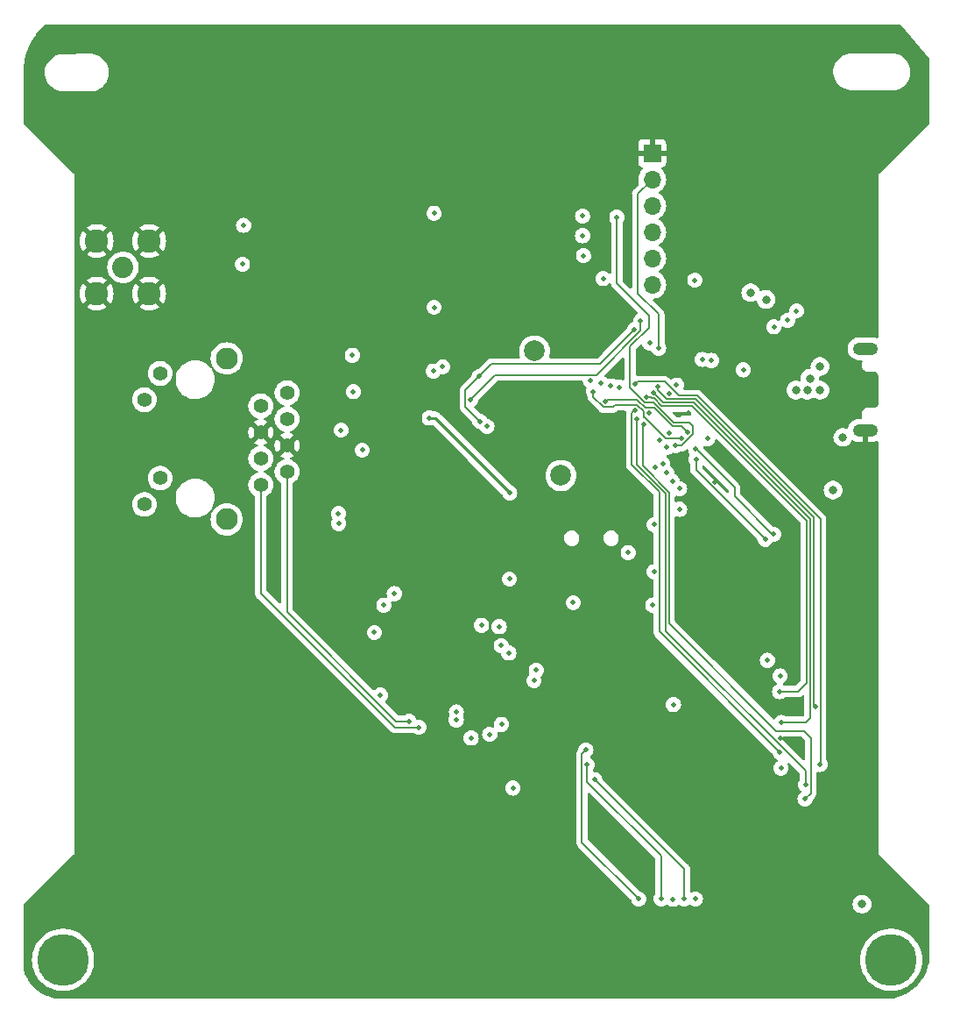
<source format=gbr>
%TF.GenerationSoftware,KiCad,Pcbnew,7.0.1*%
%TF.CreationDate,2023-07-16T00:33:22-07:00*%
%TF.ProjectId,flight_computer_dev_board_rfm98pw,666c6967-6874-45f6-936f-6d7075746572,rev?*%
%TF.SameCoordinates,Original*%
%TF.FileFunction,Copper,L3,Inr*%
%TF.FilePolarity,Positive*%
%FSLAX46Y46*%
G04 Gerber Fmt 4.6, Leading zero omitted, Abs format (unit mm)*
G04 Created by KiCad (PCBNEW 7.0.1) date 2023-07-16 00:33:22*
%MOMM*%
%LPD*%
G01*
G04 APERTURE LIST*
%TA.AperFunction,ComponentPad*%
%ADD10C,2.050000*%
%TD*%
%TA.AperFunction,ComponentPad*%
%ADD11C,2.250000*%
%TD*%
%TA.AperFunction,ComponentPad*%
%ADD12C,5.000000*%
%TD*%
%TA.AperFunction,ComponentPad*%
%ADD13C,2.000000*%
%TD*%
%TA.AperFunction,ComponentPad*%
%ADD14C,0.500000*%
%TD*%
%TA.AperFunction,ComponentPad*%
%ADD15O,2.416000X1.208000*%
%TD*%
%TA.AperFunction,ComponentPad*%
%ADD16R,1.700000X1.700000*%
%TD*%
%TA.AperFunction,ComponentPad*%
%ADD17O,1.700000X1.700000*%
%TD*%
%TA.AperFunction,ComponentPad*%
%ADD18C,1.397000*%
%TD*%
%TA.AperFunction,ComponentPad*%
%ADD19C,2.108200*%
%TD*%
%TA.AperFunction,ViaPad*%
%ADD20C,0.800000*%
%TD*%
%TA.AperFunction,ViaPad*%
%ADD21C,0.460000*%
%TD*%
%TA.AperFunction,Conductor*%
%ADD22C,0.250000*%
%TD*%
%TA.AperFunction,Conductor*%
%ADD23C,0.127000*%
%TD*%
G04 APERTURE END LIST*
D10*
%TO.N,Net-(J6-In)*%
%TO.C,J6*%
X153170000Y-71210000D03*
D11*
%TO.N,GND*%
X150630000Y-68670000D03*
X150630000Y-73750000D03*
X155710000Y-68670000D03*
X155710000Y-73750000D03*
%TD*%
D12*
%TO.N,N/C*%
%TO.C,*%
X227414400Y-138100000D03*
%TD*%
%TO.N,N/C*%
%TO.C,*%
X147381083Y-138100000D03*
%TD*%
D13*
%TO.N,/~{RESET}*%
%TO.C,TP2*%
X195510000Y-91320000D03*
%TD*%
D14*
%TO.N,GND*%
%TO.C,IC1*%
X205930000Y-83400812D03*
X204020812Y-85310000D03*
X207839188Y-85310000D03*
X205930000Y-87219188D03*
%TD*%
D13*
%TO.N,/USBBOOT*%
%TO.C,TP1*%
X192960000Y-79300000D03*
%TD*%
D15*
%TO.N,GND*%
%TO.C,J8*%
X224920000Y-86970000D03*
%TO.N,N/C*%
X224920000Y-79070000D03*
%TD*%
D16*
%TO.N,GND*%
%TO.C,J3*%
X204330000Y-60190000D03*
D17*
%TO.N,TX*%
X204330000Y-62730000D03*
%TO.N,RX*%
X204330000Y-65270000D03*
%TO.N,SCL1*%
X204330000Y-67810000D03*
%TO.N,SDA1*%
X204330000Y-70350000D03*
%TO.N,3.3V*%
X204330000Y-72890000D03*
%TD*%
D18*
%TO.N,TX+*%
%TO.C,J5*%
X166490001Y-92230000D03*
%TO.N,TX-*%
X169030001Y-90960000D03*
%TO.N,TCT*%
X166490001Y-89690000D03*
%TO.N,GND*%
X169030001Y-88420000D03*
X166490001Y-87150000D03*
%TO.N,RCT*%
X169030001Y-85880000D03*
%TO.N,Net-(C18-Pad1)*%
X166490001Y-84610000D03*
%TO.N,Net-(C19-Pad1)*%
X169030001Y-83340000D03*
%TO.N,GREENLED*%
X155250001Y-83999892D03*
%TO.N,3.3V*%
X156770000Y-81459892D03*
%TO.N,YELLOWLED*%
X156770000Y-91569999D03*
%TO.N,3.3V*%
X155250001Y-94109999D03*
D19*
%TO.N,N/C*%
X163200000Y-95560000D03*
X163200000Y-80010000D03*
%TD*%
D20*
%TO.N,GND*%
X215270000Y-86050000D03*
D21*
X216640000Y-124190000D03*
X176410000Y-110830000D03*
X184610000Y-84030000D03*
X210400000Y-91930000D03*
D20*
X218140000Y-68160000D03*
D21*
X208679998Y-97590002D03*
X200300000Y-81610000D03*
X151120000Y-62460000D03*
X216750000Y-116660000D03*
D20*
X213390000Y-77840000D03*
X222660000Y-96000000D03*
D21*
X189950000Y-85580000D03*
X190290000Y-113130000D03*
X198530000Y-90070000D03*
X190150000Y-104470000D03*
X157860000Y-63360000D03*
D20*
X220400000Y-84690000D03*
D21*
X205900000Y-77570000D03*
X204120000Y-132130000D03*
X224550000Y-101060000D03*
D20*
X211180000Y-71770000D03*
D21*
X195320000Y-84860000D03*
X198680000Y-111010000D03*
X194250000Y-93350000D03*
X202520000Y-91510000D03*
X188490000Y-83380000D03*
X190080000Y-90960000D03*
X216600000Y-107680000D03*
%TO.N,3.3V*%
X216690000Y-110680000D03*
X206340000Y-132250000D03*
X213130000Y-81120000D03*
X188360000Y-86580000D03*
X202010000Y-98770000D03*
D20*
%TO.N,VBUS*%
X221810000Y-92740000D03*
X220550000Y-80800000D03*
X222750000Y-87640000D03*
X224610000Y-132720000D03*
D21*
%TO.N,VCC_RF1*%
X182790000Y-85770000D03*
X215460000Y-109170000D03*
X204390000Y-103840000D03*
X175340000Y-79710000D03*
X190560000Y-93000000D03*
%TO.N,RX+*%
X174250000Y-86940000D03*
X185390000Y-114930000D03*
%TO.N,RX-*%
X175440000Y-83230000D03*
X185400000Y-114150000D03*
%TO.N,TX*%
X204950000Y-79020000D03*
%TO.N,RX*%
X204070000Y-78550000D03*
%TO.N,/USBBOOT*%
X208450000Y-72460000D03*
%TO.N,SDA1*%
X203210000Y-76390000D03*
X186770000Y-84000000D03*
%TO.N,SCL1*%
X187678042Y-86101958D03*
X187600000Y-81760000D03*
X202620000Y-77230000D03*
%TO.N,SDA0*%
X220093000Y-113660000D03*
X204850522Y-82754243D03*
%TO.N,SCL0*%
X204462067Y-83351099D03*
X216810000Y-115170000D03*
%TO.N,ENABLE_BURN*%
X203796738Y-83787000D03*
X216640000Y-112190000D03*
%TO.N,I2C_RESET*%
X202679075Y-82473441D03*
X216770000Y-119590000D03*
X220550000Y-119230000D03*
%TO.N,SPI1_MISO*%
X201127420Y-82797802D03*
X199590000Y-72310000D03*
%TO.N,SPI1_CS0*%
X200340891Y-82659109D03*
X197600000Y-66270000D03*
X183240000Y-66001499D03*
X183240000Y-75080000D03*
%TO.N,SPI1_SCK*%
X197600000Y-68170000D03*
X199392286Y-82407714D03*
%TO.N,SPI1_MOSI*%
X197690000Y-70090000D03*
X198371758Y-82190609D03*
%TO.N,ENAB_RF*%
X202660000Y-85010000D03*
X216670000Y-118060000D03*
%TO.N,VBUS_RESET*%
X219160000Y-121200000D03*
X202849500Y-85860738D03*
%TO.N,BURN_RELAY_A*%
X219110000Y-122540000D03*
X203550000Y-86350000D03*
%TO.N,SWCLK*%
X205044501Y-87897613D03*
%TO.N,SWDIO*%
X205760000Y-88610000D03*
%TO.N,SPI0_MISO*%
X190530000Y-101320000D03*
X196700000Y-103600000D03*
X203030000Y-132220000D03*
X204589411Y-90550000D03*
X197920000Y-117830000D03*
%TO.N,SPI0_CS0*%
X204510000Y-96070000D03*
X204517000Y-100610000D03*
X208510000Y-132220000D03*
X205337798Y-90170000D03*
X206380000Y-113450000D03*
%TO.N,SPI0_SCK*%
X190471573Y-108461573D03*
X205200000Y-132190000D03*
X198038604Y-119261396D03*
X205753603Y-91075929D03*
%TO.N,SPI0_MOSI*%
X189737000Y-107749415D03*
X206276956Y-91906956D03*
X207420000Y-132220000D03*
X198775000Y-120695000D03*
%TO.N,RF1_RST*%
X200910000Y-66380000D03*
X206570000Y-88420000D03*
%TO.N,WDT_WDI*%
X206990000Y-92600000D03*
X206990000Y-94590000D03*
%TO.N,RF1_IO4*%
X198640000Y-83210000D03*
X184080000Y-80820000D03*
X164830000Y-67160000D03*
X207168321Y-87727200D03*
%TO.N,RF1_IO0*%
X207730000Y-87140000D03*
X199794371Y-84205629D03*
X164720000Y-70930000D03*
X183180000Y-81240000D03*
%TO.N,NEOPIX*%
X208534359Y-88793124D03*
X216070000Y-97000000D03*
%TO.N,NEO_PWR*%
X215260000Y-97480000D03*
X208583633Y-89766425D03*
%TO.N,/QSPI_DATA[3]*%
X218280000Y-75430000D03*
X210049974Y-80209974D03*
%TO.N,/QSPI_SCK*%
X217420000Y-76340000D03*
X209174194Y-80114194D03*
%TO.N,/QSPI_DATA[0]*%
X206690000Y-82590000D03*
X216096396Y-76966396D03*
D20*
%TO.N,/QSPI_DATA[2]*%
X213850000Y-73670000D03*
X215330000Y-74330000D03*
D21*
%TO.N,TX+*%
X181770000Y-115640000D03*
%TO.N,TX-*%
X180820000Y-115064124D03*
%TO.N,GREENLED*%
X192900000Y-111130000D03*
X174000000Y-95010000D03*
%TO.N,YELLOWLED*%
X193120000Y-110130000D03*
X174020000Y-95970000D03*
%TO.N,Net-(JP3-B)*%
X179400000Y-102730000D03*
%TO.N,Net-(JP4-B)*%
X178390000Y-103840000D03*
%TO.N,Net-(JP5-B)*%
X177470000Y-106490000D03*
D20*
%TO.N,USB_D-*%
X218210000Y-83080000D03*
X219580000Y-81940000D03*
%TO.N,USB_D+*%
X219320000Y-83080000D03*
X220550000Y-83090000D03*
D21*
%TO.N,SPI0_CS1*%
X209677000Y-87778655D03*
X187828006Y-105790561D03*
X189538604Y-105921396D03*
%TO.N,GNDA*%
X178050000Y-112540000D03*
X176300000Y-88870000D03*
X186830000Y-116670000D03*
X188620000Y-116320000D03*
X190860000Y-121510000D03*
X189770000Y-115360000D03*
%TD*%
D22*
%TO.N,VCC_RF1*%
X183330000Y-85770000D02*
X190560000Y-93000000D01*
X182790000Y-85770000D02*
X183330000Y-85770000D01*
D23*
%TO.N,TX*%
X202940000Y-64120000D02*
X204330000Y-62730000D01*
X204950000Y-79020000D02*
X204950000Y-75750000D01*
X204950000Y-75750000D02*
X202940000Y-73740000D01*
X202940000Y-73740000D02*
X202940000Y-64120000D01*
%TO.N,SDA1*%
X203210000Y-76390000D02*
X203210000Y-77337915D01*
X189160000Y-81610000D02*
X186770000Y-84000000D01*
X203210000Y-77337915D02*
X198937915Y-81610000D01*
X198937915Y-81610000D02*
X189160000Y-81610000D01*
%TO.N,SCL1*%
X202620000Y-77230000D02*
X199900000Y-79950000D01*
X186276500Y-84700416D02*
X186276500Y-83083500D01*
X187678042Y-86101958D02*
X186276500Y-84700416D01*
X199900000Y-79950000D02*
X199286500Y-80563500D01*
X186276500Y-83083500D02*
X187600000Y-81760000D01*
X199286500Y-80563500D02*
X188796500Y-80563500D01*
X188796500Y-80563500D02*
X187600000Y-81760000D01*
%TO.N,SDA0*%
X219930000Y-95320000D02*
X219930000Y-113497000D01*
X219930000Y-113497000D02*
X220093000Y-113660000D01*
X208550000Y-83940000D02*
X219930000Y-95320000D01*
X204850522Y-83047533D02*
X205742989Y-83940000D01*
X204850522Y-82754243D02*
X204850522Y-83047533D01*
X205742989Y-83940000D02*
X208550000Y-83940000D01*
%TO.N,SCL0*%
X205377968Y-84267000D02*
X208307000Y-84267000D01*
X219600000Y-114750000D02*
X219180000Y-115170000D01*
X219600000Y-95560000D02*
X219600000Y-114750000D01*
X208307000Y-84267000D02*
X219600000Y-95560000D01*
X219180000Y-115170000D02*
X216810000Y-115170000D01*
X204462067Y-83351099D02*
X205377968Y-84267000D01*
%TO.N,ENABLE_BURN*%
X204200053Y-83787000D02*
X204257652Y-83844599D01*
X208171552Y-84594000D02*
X219273000Y-95695448D01*
X218410000Y-112180000D02*
X216650000Y-112180000D01*
X205242520Y-84594000D02*
X208171552Y-84594000D01*
X204257652Y-83844599D02*
X204493119Y-83844599D01*
X219273000Y-111317000D02*
X218410000Y-112180000D01*
X204493119Y-83844599D02*
X205242520Y-84594000D01*
X216650000Y-112180000D02*
X216640000Y-112190000D01*
X203796738Y-83787000D02*
X204200053Y-83787000D01*
X219273000Y-95695448D02*
X219273000Y-111317000D01*
%TO.N,I2C_RESET*%
X206873000Y-83613000D02*
X208685448Y-83613000D01*
X202891773Y-82260743D02*
X205520743Y-82260743D01*
X205520743Y-82260743D02*
X206873000Y-83613000D01*
X220586500Y-95514052D02*
X220586500Y-119193500D01*
X210276224Y-85203776D02*
X220586500Y-95514052D01*
X208685448Y-83613000D02*
X210276224Y-85203776D01*
X202679075Y-82473441D02*
X202891773Y-82260743D01*
X220586500Y-119193500D02*
X220550000Y-119230000D01*
%TO.N,ENAB_RF*%
X205010000Y-106400000D02*
X216670000Y-118060000D01*
X202660000Y-85010000D02*
X202356500Y-85313500D01*
X202356500Y-85313500D02*
X202356500Y-90276500D01*
X202356500Y-90276500D02*
X205010000Y-92930000D01*
X205010000Y-92930000D02*
X205010000Y-106400000D01*
%TO.N,VBUS_RESET*%
X202850000Y-90307552D02*
X205630000Y-93087552D01*
X219160000Y-119852085D02*
X219160000Y-121200000D01*
X202850000Y-85861238D02*
X202850000Y-90307552D01*
X202849500Y-85860738D02*
X202850000Y-85861238D01*
X205630000Y-93087552D02*
X205630000Y-106322085D01*
X205630000Y-106322085D02*
X219160000Y-119852085D01*
%TO.N,BURN_RELAY_A*%
X216330000Y-115990000D02*
X218970000Y-115990000D01*
X203550000Y-86350000D02*
X203392383Y-86507617D01*
X219653500Y-121996500D02*
X219110000Y-122540000D01*
X205957000Y-92952104D02*
X205957000Y-105617000D01*
X219653500Y-116673500D02*
X219653500Y-121996500D01*
X203392383Y-90387487D02*
X205957000Y-92952104D01*
X203392383Y-86507617D02*
X203392383Y-90387487D01*
X205957000Y-105617000D02*
X216330000Y-115990000D01*
X218970000Y-115990000D02*
X219653500Y-116673500D01*
%TO.N,SPI0_MISO*%
X197545104Y-118204896D02*
X197545104Y-126735104D01*
X197920000Y-117830000D02*
X197545104Y-118204896D01*
X197545104Y-126735104D02*
X203030000Y-132220000D01*
%TO.N,SPI0_SCK*%
X205200000Y-128080000D02*
X205200000Y-132190000D01*
X198038604Y-119261396D02*
X198038604Y-120918604D01*
X198038604Y-120918604D02*
X205200000Y-128080000D01*
%TO.N,SPI0_MOSI*%
X198775000Y-120695000D02*
X207420000Y-129340000D01*
X207420000Y-129340000D02*
X207420000Y-132220000D01*
%TO.N,RF1_RST*%
X207920000Y-86250000D02*
X206436072Y-86250000D01*
X203592323Y-84280500D02*
X202180000Y-82868177D01*
X207173436Y-88420000D02*
X208240000Y-87353436D01*
X208240000Y-86570000D02*
X207920000Y-86250000D01*
X206570000Y-88420000D02*
X207173436Y-88420000D01*
X204466572Y-84280500D02*
X203592323Y-84280500D01*
X202180000Y-82868177D02*
X202180000Y-78880000D01*
X200910000Y-72760000D02*
X200910000Y-66380000D01*
X202180000Y-78880000D02*
X204020000Y-77040000D01*
X204020000Y-77040000D02*
X204020000Y-75870000D01*
X208240000Y-87353436D02*
X208240000Y-86570000D01*
X206436072Y-86250000D02*
X204466572Y-84280500D01*
X204020000Y-75870000D02*
X200910000Y-72760000D01*
%TO.N,RF1_IO4*%
X207123522Y-87771999D02*
X205671999Y-87771999D01*
X207168321Y-87727200D02*
X207123522Y-87771999D01*
X203570000Y-85670000D02*
X203550000Y-85670000D01*
X200600000Y-84610000D02*
X200510871Y-84699129D01*
X202873463Y-84486536D02*
X200723464Y-84486536D01*
X203507312Y-85627312D02*
X203507312Y-85120385D01*
X200723464Y-84486536D02*
X200600000Y-84610000D01*
X203507312Y-85120385D02*
X202873463Y-84486536D01*
X205671999Y-87771999D02*
X203570000Y-85670000D01*
X199589956Y-84699129D02*
X198640000Y-83749173D01*
X203550000Y-85670000D02*
X203507312Y-85627312D01*
X200510871Y-84699129D02*
X199589956Y-84699129D01*
X198640000Y-83749173D02*
X198640000Y-83210000D01*
%TO.N,RF1_IO0*%
X200030000Y-83970000D02*
X199794371Y-84205629D01*
X203645875Y-84796500D02*
X202819375Y-83970000D01*
X202819375Y-83970000D02*
X200030000Y-83970000D01*
X206300624Y-86577000D02*
X204520124Y-84796500D01*
X207730000Y-87140000D02*
X207167000Y-86577000D01*
X204520124Y-84796500D02*
X203645875Y-84796500D01*
X207167000Y-86577000D02*
X206300624Y-86577000D01*
%TO.N,NEOPIX*%
X212280000Y-92484466D02*
X212280000Y-93360000D01*
X208534359Y-88793124D02*
X208588658Y-88793124D01*
X212280000Y-93360000D02*
X215920000Y-97000000D01*
X215920000Y-97000000D02*
X216070000Y-97000000D01*
X208588658Y-88793124D02*
X212280000Y-92484466D01*
%TO.N,NEO_PWR*%
X208583633Y-90811548D02*
X215252085Y-97480000D01*
X208583633Y-89766425D02*
X208583633Y-90811548D01*
X215252085Y-97480000D02*
X215260000Y-97480000D01*
%TO.N,TX+*%
X166490001Y-102690001D02*
X166490001Y-92230000D01*
X181770000Y-115640000D02*
X179440000Y-115640000D01*
X179440000Y-115640000D02*
X166490001Y-102690001D01*
%TO.N,TX-*%
X180820000Y-115064124D02*
X179584124Y-115064124D01*
X179584124Y-115064124D02*
X169030001Y-104510001D01*
X169030001Y-104510001D02*
X169030001Y-90960000D01*
%TD*%
%TA.AperFunction,Conductor*%
%TO.N,GND*%
G36*
X218732474Y-116563439D02*
G01*
X218772702Y-116590319D01*
X219053181Y-116870798D01*
X219080061Y-116911026D01*
X219089500Y-116958479D01*
X219089500Y-118684607D01*
X219075985Y-118740902D01*
X219038385Y-118784925D01*
X218984898Y-118807080D01*
X218927182Y-118802538D01*
X218877819Y-118772288D01*
X216871212Y-116765681D01*
X216840962Y-116716318D01*
X216836420Y-116658602D01*
X216858575Y-116605115D01*
X216902598Y-116567515D01*
X216958893Y-116554000D01*
X218685021Y-116554000D01*
X218732474Y-116563439D01*
G37*
%TD.AperFunction*%
%TA.AperFunction,Conductor*%
G36*
X210609025Y-87829090D02*
G01*
X218672681Y-95892745D01*
X218699561Y-95932973D01*
X218709000Y-95980426D01*
X218709000Y-111032022D01*
X218699561Y-111079475D01*
X218672681Y-111119703D01*
X218212702Y-111579681D01*
X218172474Y-111606561D01*
X218125021Y-111616000D01*
X217135246Y-111616000D01*
X217069275Y-111596994D01*
X217003558Y-111555702D01*
X216961002Y-111510690D01*
X216945529Y-111450708D01*
X216961002Y-111390726D01*
X217003558Y-111345714D01*
X217008955Y-111342322D01*
X217008957Y-111342322D01*
X217148341Y-111254742D01*
X217264742Y-111138341D01*
X217352322Y-110998957D01*
X217406691Y-110843580D01*
X217425122Y-110680000D01*
X217406691Y-110516420D01*
X217404739Y-110510842D01*
X217352322Y-110361042D01*
X217264742Y-110221658D01*
X217148341Y-110105257D01*
X217008957Y-110017677D01*
X216853580Y-109963308D01*
X216690000Y-109944877D01*
X216526419Y-109963308D01*
X216371042Y-110017677D01*
X216231658Y-110105257D01*
X216115257Y-110221658D01*
X216027677Y-110361042D01*
X215973308Y-110516419D01*
X215954877Y-110679999D01*
X215973308Y-110843580D01*
X216027677Y-110998957D01*
X216115257Y-111138341D01*
X216231658Y-111254742D01*
X216326441Y-111314297D01*
X216368997Y-111359309D01*
X216384470Y-111419291D01*
X216368998Y-111479272D01*
X216326442Y-111524285D01*
X216181656Y-111615259D01*
X216065257Y-111731658D01*
X215977677Y-111871042D01*
X215923308Y-112026419D01*
X215904877Y-112190000D01*
X215923308Y-112353580D01*
X215977677Y-112508957D01*
X216065257Y-112648341D01*
X216181658Y-112764742D01*
X216321042Y-112852322D01*
X216476419Y-112906691D01*
X216639999Y-112925122D01*
X216639999Y-112925121D01*
X216640000Y-112925122D01*
X216803580Y-112906691D01*
X216958957Y-112852322D01*
X216958956Y-112852322D01*
X217101105Y-112763006D01*
X217167076Y-112744000D01*
X218364906Y-112744000D01*
X218381089Y-112745060D01*
X218410000Y-112748867D01*
X218557234Y-112729483D01*
X218694433Y-112672653D01*
X218782668Y-112604949D01*
X218782668Y-112604948D01*
X218812250Y-112582250D01*
X218813621Y-112580462D01*
X218861562Y-112542667D01*
X218921727Y-112532327D01*
X218979534Y-112551949D01*
X219020973Y-112596777D01*
X219036000Y-112655945D01*
X219036000Y-114465021D01*
X219026561Y-114512474D01*
X218999681Y-114552702D01*
X218982702Y-114569681D01*
X218942474Y-114596561D01*
X218895021Y-114606000D01*
X217321161Y-114606000D01*
X217255190Y-114586994D01*
X217128957Y-114507677D01*
X216973580Y-114453308D01*
X216810000Y-114434877D01*
X216646419Y-114453308D01*
X216491042Y-114507677D01*
X216351658Y-114595257D01*
X216235257Y-114711658D01*
X216169042Y-114817041D01*
X216130020Y-114856064D01*
X216077932Y-114874290D01*
X216023094Y-114868112D01*
X215976367Y-114838751D01*
X211267616Y-110130000D01*
X210307616Y-109170000D01*
X214724877Y-109170000D01*
X214743308Y-109333580D01*
X214797677Y-109488957D01*
X214885257Y-109628341D01*
X215001658Y-109744742D01*
X215141042Y-109832322D01*
X215296419Y-109886691D01*
X215460000Y-109905122D01*
X215623580Y-109886691D01*
X215778957Y-109832322D01*
X215918341Y-109744742D01*
X216034742Y-109628341D01*
X216122322Y-109488957D01*
X216176691Y-109333580D01*
X216195122Y-109170000D01*
X216176691Y-109006420D01*
X216122322Y-108851043D01*
X216122322Y-108851042D01*
X216034742Y-108711658D01*
X215918341Y-108595257D01*
X215778957Y-108507677D01*
X215623580Y-108453308D01*
X215460000Y-108434877D01*
X215296419Y-108453308D01*
X215141042Y-108507677D01*
X215001658Y-108595257D01*
X214885257Y-108711658D01*
X214797677Y-108851042D01*
X214743308Y-109006419D01*
X214724877Y-109170000D01*
X210307616Y-109170000D01*
X206557319Y-105419702D01*
X206530439Y-105379474D01*
X206521000Y-105332021D01*
X206521000Y-95374581D01*
X206534833Y-95317667D01*
X206573245Y-95273451D01*
X206627666Y-95251799D01*
X206685955Y-95257540D01*
X206826419Y-95306691D01*
X206990000Y-95325122D01*
X207153580Y-95306691D01*
X207308957Y-95252322D01*
X207448341Y-95164742D01*
X207564742Y-95048341D01*
X207652322Y-94908957D01*
X207706691Y-94753580D01*
X207725122Y-94590000D01*
X207706691Y-94426420D01*
X207673393Y-94331261D01*
X207652322Y-94271042D01*
X207564742Y-94131658D01*
X207448341Y-94015257D01*
X207308957Y-93927677D01*
X207153580Y-93873308D01*
X206990000Y-93854877D01*
X206826419Y-93873308D01*
X206685955Y-93922460D01*
X206627666Y-93928201D01*
X206573245Y-93906549D01*
X206534833Y-93862333D01*
X206521000Y-93805419D01*
X206521000Y-93384581D01*
X206534833Y-93327667D01*
X206573245Y-93283451D01*
X206627666Y-93261799D01*
X206685955Y-93267540D01*
X206826419Y-93316691D01*
X206990000Y-93335122D01*
X207153580Y-93316691D01*
X207308957Y-93262322D01*
X207448341Y-93174742D01*
X207564742Y-93058341D01*
X207652322Y-92918957D01*
X207706691Y-92763580D01*
X207725122Y-92600000D01*
X207718548Y-92541658D01*
X207706691Y-92436419D01*
X207652322Y-92281042D01*
X207564742Y-92141658D01*
X207448341Y-92025257D01*
X207308957Y-91937677D01*
X207153579Y-91883308D01*
X207105823Y-91877927D01*
X207053735Y-91859700D01*
X207014714Y-91820678D01*
X206996488Y-91768590D01*
X206993647Y-91743375D01*
X206939278Y-91587998D01*
X206851698Y-91448614D01*
X206735297Y-91332213D01*
X206595914Y-91244634D01*
X206567839Y-91234810D01*
X206521113Y-91205449D01*
X206491753Y-91158722D01*
X206485575Y-91103883D01*
X206488725Y-91075929D01*
X206488302Y-91072179D01*
X206470294Y-90912348D01*
X206415925Y-90756971D01*
X206328345Y-90617587D01*
X206211946Y-90501188D01*
X206113235Y-90439164D01*
X206067487Y-90387972D01*
X206055987Y-90320286D01*
X206072920Y-90169999D01*
X206054489Y-90006419D01*
X206000120Y-89851042D01*
X205912540Y-89711658D01*
X205796141Y-89595259D01*
X205753140Y-89568240D01*
X205711264Y-89524441D01*
X205695143Y-89466029D01*
X205708627Y-89406951D01*
X205748496Y-89361318D01*
X205805229Y-89340026D01*
X205851943Y-89334762D01*
X205923580Y-89326691D01*
X206078957Y-89272322D01*
X206112151Y-89251465D01*
X206218340Y-89184743D01*
X206218341Y-89184742D01*
X206247594Y-89155488D01*
X206307683Y-89122277D01*
X206376230Y-89126126D01*
X206406420Y-89136691D01*
X206529105Y-89150514D01*
X206569999Y-89155122D01*
X206569999Y-89155121D01*
X206570000Y-89155122D01*
X206733580Y-89136691D01*
X206888957Y-89082322D01*
X206930683Y-89056104D01*
X207015190Y-89003006D01*
X207081161Y-88984000D01*
X207128342Y-88984000D01*
X207144525Y-88985060D01*
X207173436Y-88988867D01*
X207320670Y-88969483D01*
X207457869Y-88912653D01*
X207546104Y-88844949D01*
X207546104Y-88844948D01*
X207575686Y-88822250D01*
X207586304Y-88808411D01*
X207631711Y-88771780D01*
X207688849Y-88759968D01*
X207745063Y-88775594D01*
X207787909Y-88815198D01*
X207807899Y-88870013D01*
X207817667Y-88956704D01*
X207872036Y-89112081D01*
X207960589Y-89253013D01*
X207979595Y-89318984D01*
X207960590Y-89384955D01*
X207921309Y-89447470D01*
X207866941Y-89602844D01*
X207848510Y-89766425D01*
X207866941Y-89930005D01*
X207921310Y-90085382D01*
X208000627Y-90211615D01*
X208019633Y-90277586D01*
X208019633Y-90766454D01*
X208018572Y-90782640D01*
X208014765Y-90811548D01*
X208028037Y-90912348D01*
X208034150Y-90958782D01*
X208090980Y-91095981D01*
X208120931Y-91135015D01*
X208136789Y-91155682D01*
X208181381Y-91213797D01*
X208204516Y-91231548D01*
X208216712Y-91242244D01*
X214503137Y-97528668D01*
X214527176Y-97562547D01*
X214538676Y-97602465D01*
X214543308Y-97643581D01*
X214597677Y-97798957D01*
X214685257Y-97938341D01*
X214801658Y-98054742D01*
X214941042Y-98142322D01*
X215096419Y-98196691D01*
X215260000Y-98215122D01*
X215423580Y-98196691D01*
X215578957Y-98142322D01*
X215718341Y-98054742D01*
X215834742Y-97938341D01*
X215922322Y-97798957D01*
X215922324Y-97798950D01*
X215928089Y-97789776D01*
X215979283Y-97744027D01*
X216046969Y-97732527D01*
X216070000Y-97735122D01*
X216070000Y-97735121D01*
X216070001Y-97735122D01*
X216233580Y-97716691D01*
X216388957Y-97662322D01*
X216528341Y-97574742D01*
X216644742Y-97458341D01*
X216732322Y-97318957D01*
X216786691Y-97163580D01*
X216805101Y-97000182D01*
X216805122Y-97000000D01*
X216799425Y-96949442D01*
X216786691Y-96836419D01*
X216732322Y-96681042D01*
X216644742Y-96541658D01*
X216528341Y-96425257D01*
X216388957Y-96337677D01*
X216233580Y-96283308D01*
X216070001Y-96264877D01*
X216050691Y-96267053D01*
X215995854Y-96260873D01*
X215949129Y-96231513D01*
X212880319Y-93162702D01*
X212853439Y-93122474D01*
X212844000Y-93075021D01*
X212844000Y-92529560D01*
X212845061Y-92513374D01*
X212848867Y-92484465D01*
X212846611Y-92467336D01*
X212829483Y-92337232D01*
X212772653Y-92200033D01*
X212772652Y-92200032D01*
X212772652Y-92200031D01*
X212700006Y-92105355D01*
X212699997Y-92105345D01*
X212688285Y-92090082D01*
X212682250Y-92082216D01*
X212662563Y-92067110D01*
X212659114Y-92064463D01*
X212646919Y-92053768D01*
X209285331Y-88692180D01*
X209261286Y-88658289D01*
X209256702Y-88642369D01*
X209255665Y-88642733D01*
X209245976Y-88615044D01*
X209242126Y-88546497D01*
X209275336Y-88486408D01*
X209335425Y-88453198D01*
X209403970Y-88457047D01*
X209513420Y-88495346D01*
X209677000Y-88513777D01*
X209840580Y-88495346D01*
X209995957Y-88440977D01*
X210135341Y-88353397D01*
X210251742Y-88236996D01*
X210339322Y-88097612D01*
X210393691Y-87942235D01*
X210398124Y-87902888D01*
X210424396Y-87839459D01*
X210480389Y-87799730D01*
X210548936Y-87795880D01*
X210609025Y-87829090D01*
G37*
%TD.AperFunction*%
%TA.AperFunction,Conductor*%
G36*
X209309951Y-90331147D02*
G01*
X209359314Y-90361397D01*
X211679681Y-92681764D01*
X211706561Y-92721992D01*
X211716000Y-92769445D01*
X211716000Y-92846936D01*
X211702485Y-92903231D01*
X211664885Y-92947254D01*
X211611398Y-92969409D01*
X211553682Y-92964867D01*
X211504319Y-92934617D01*
X209183952Y-90614250D01*
X209157072Y-90574022D01*
X209147633Y-90526569D01*
X209147633Y-90449078D01*
X209161148Y-90392783D01*
X209198748Y-90348760D01*
X209252235Y-90326605D01*
X209309951Y-90331147D01*
G37*
%TD.AperFunction*%
%TA.AperFunction,Conductor*%
G36*
X207934026Y-85167439D02*
G01*
X207974254Y-85194319D01*
X208052869Y-85272934D01*
X208079749Y-85313162D01*
X208089188Y-85360615D01*
X208089188Y-85436000D01*
X208072575Y-85498000D01*
X208027188Y-85543387D01*
X207965188Y-85560000D01*
X207132077Y-85560000D01*
X207123476Y-85572120D01*
X207124187Y-85579333D01*
X207102534Y-85633755D01*
X207058318Y-85672167D01*
X207001404Y-85686000D01*
X206721051Y-85686000D01*
X206673598Y-85676561D01*
X206633370Y-85649681D01*
X206353370Y-85369681D01*
X206323120Y-85320318D01*
X206318578Y-85262602D01*
X206340733Y-85209115D01*
X206384756Y-85171515D01*
X206441051Y-85158000D01*
X207886573Y-85158000D01*
X207934026Y-85167439D01*
G37*
%TD.AperFunction*%
%TA.AperFunction,Conductor*%
G36*
X201564885Y-79928576D02*
G01*
X201602485Y-79972599D01*
X201616000Y-80028894D01*
X201616000Y-82020072D01*
X201602167Y-82076986D01*
X201563755Y-82121202D01*
X201509334Y-82142854D01*
X201451045Y-82137114D01*
X201446379Y-82135481D01*
X201446377Y-82135480D01*
X201291000Y-82081111D01*
X201290996Y-82081110D01*
X201290995Y-82081110D01*
X201127420Y-82062679D01*
X200963840Y-82081110D01*
X200911145Y-82099549D01*
X200856308Y-82105727D01*
X200804221Y-82087501D01*
X200659848Y-81996786D01*
X200504471Y-81942417D01*
X200340891Y-81923986D01*
X200177312Y-81942417D01*
X200089925Y-81972995D01*
X200021378Y-81976844D01*
X199961290Y-81943634D01*
X199850627Y-81832971D01*
X199774670Y-81785245D01*
X199735648Y-81746224D01*
X199717421Y-81694135D01*
X199723599Y-81639297D01*
X199752958Y-81592572D01*
X201404318Y-79941213D01*
X201453682Y-79910963D01*
X201511398Y-79906421D01*
X201564885Y-79928576D01*
G37*
%TD.AperFunction*%
%TA.AperFunction,Conductor*%
G36*
X228288992Y-47778803D02*
G01*
X228341507Y-47790633D01*
X228384059Y-47823600D01*
X231109469Y-51106745D01*
X231114110Y-51112335D01*
X231135334Y-51149435D01*
X231142700Y-51191537D01*
X231142700Y-57245588D01*
X231133261Y-57293041D01*
X231106381Y-57333269D01*
X226267208Y-62172441D01*
X226245311Y-62187978D01*
X226224598Y-62213950D01*
X226215345Y-62224304D01*
X226212252Y-62227396D01*
X226209922Y-62231105D01*
X226201889Y-62242426D01*
X226181176Y-62268400D01*
X226176517Y-62279647D01*
X226172800Y-62312641D01*
X226170475Y-62326333D01*
X226169500Y-62330607D01*
X226169500Y-62334978D01*
X226168721Y-62348859D01*
X226165002Y-62381865D01*
X226169500Y-62408332D01*
X226169500Y-77955488D01*
X226155032Y-78013616D01*
X226115003Y-78058179D01*
X226058755Y-78078778D01*
X225999417Y-78070606D01*
X225836589Y-78005420D01*
X225836587Y-78005419D01*
X225629467Y-77965500D01*
X224263387Y-77965500D01*
X224263382Y-77965500D01*
X224106023Y-77980526D01*
X223903633Y-78039952D01*
X223716142Y-78136610D01*
X223550342Y-78266998D01*
X223412206Y-78426415D01*
X223306740Y-78609087D01*
X223237752Y-78808417D01*
X223207733Y-79017205D01*
X223207733Y-79017207D01*
X223212762Y-79122793D01*
X223217769Y-79227902D01*
X223267500Y-79432894D01*
X223355122Y-79624761D01*
X223447953Y-79755122D01*
X223477478Y-79796584D01*
X223630138Y-79942145D01*
X223807587Y-80056184D01*
X224003411Y-80134580D01*
X224210533Y-80174500D01*
X224527236Y-80174500D01*
X224587217Y-80189972D01*
X224632230Y-80232528D01*
X224651041Y-80291548D01*
X224638956Y-80352300D01*
X224614392Y-80403309D01*
X224602119Y-80428794D01*
X224569500Y-80571706D01*
X224569500Y-80718294D01*
X224602119Y-80861207D01*
X224665719Y-80993275D01*
X224687546Y-81020644D01*
X224757117Y-81107883D01*
X224817263Y-81155848D01*
X224871724Y-81199280D01*
X224953434Y-81238629D01*
X225003794Y-81262881D01*
X225146706Y-81295500D01*
X225197410Y-81295500D01*
X225220000Y-81295500D01*
X225259882Y-81295500D01*
X225835989Y-81295500D01*
X225865067Y-81298958D01*
X225921388Y-81312544D01*
X225951611Y-81324185D01*
X225967279Y-81332717D01*
X226007277Y-81354498D01*
X226033453Y-81373569D01*
X226055373Y-81394428D01*
X226079368Y-81417263D01*
X226099714Y-81442466D01*
X226132744Y-81496557D01*
X226145869Y-81526167D01*
X226163764Y-81586964D01*
X226168773Y-81618967D01*
X226170201Y-81677771D01*
X226169371Y-81686215D01*
X226169433Y-81702821D01*
X226168729Y-81716482D01*
X226166019Y-81741790D01*
X226169676Y-81766856D01*
X226174442Y-83019684D01*
X226174443Y-83020156D01*
X226174443Y-84272753D01*
X226170915Y-84297258D01*
X226173737Y-84323592D01*
X226174443Y-84336803D01*
X226174443Y-84355686D01*
X226175071Y-84361946D01*
X226173651Y-84420513D01*
X226168644Y-84452512D01*
X226150755Y-84513304D01*
X226137630Y-84542917D01*
X226104608Y-84597001D01*
X226084263Y-84622204D01*
X226038358Y-84665894D01*
X226012181Y-84684969D01*
X225956531Y-84715279D01*
X225926309Y-84726923D01*
X225891511Y-84735320D01*
X225867805Y-84741040D01*
X225838720Y-84744500D01*
X225146706Y-84744500D01*
X225003792Y-84777119D01*
X224871724Y-84840719D01*
X224757117Y-84932117D01*
X224665719Y-85046724D01*
X224602119Y-85178792D01*
X224569500Y-85321706D01*
X224569500Y-85468294D01*
X224602119Y-85611208D01*
X224639196Y-85688199D01*
X224651281Y-85748953D01*
X224632470Y-85807972D01*
X224587457Y-85850528D01*
X224527476Y-85866000D01*
X224263411Y-85866000D01*
X224106113Y-85881019D01*
X223903819Y-85940419D01*
X223716414Y-86037032D01*
X223550688Y-86167361D01*
X223412615Y-86326705D01*
X223307197Y-86509296D01*
X223234367Y-86719727D01*
X223231938Y-86718886D01*
X223218823Y-86752335D01*
X223176743Y-86790404D01*
X223122110Y-86805741D01*
X223066365Y-86795134D01*
X223029802Y-86778855D01*
X222844648Y-86739500D01*
X222844646Y-86739500D01*
X222655354Y-86739500D01*
X222655352Y-86739500D01*
X222470197Y-86778855D01*
X222297269Y-86855848D01*
X222144129Y-86967110D01*
X222017466Y-87107783D01*
X221922820Y-87271715D01*
X221864326Y-87451742D01*
X221844540Y-87640000D01*
X221864326Y-87828257D01*
X221922820Y-88008284D01*
X222017466Y-88172216D01*
X222144129Y-88312889D01*
X222297269Y-88424151D01*
X222470197Y-88501144D01*
X222655352Y-88540500D01*
X222655354Y-88540500D01*
X222844646Y-88540500D01*
X222844648Y-88540500D01*
X222970369Y-88513777D01*
X223029803Y-88501144D01*
X223202730Y-88424151D01*
X223249423Y-88390227D01*
X223355870Y-88312889D01*
X223482533Y-88172216D01*
X223577178Y-88008286D01*
X223581451Y-87995135D01*
X223610458Y-87947032D01*
X223657712Y-87916663D01*
X223713518Y-87910259D01*
X223766423Y-87929136D01*
X223807814Y-87955737D01*
X224003554Y-88034099D01*
X224210580Y-88074000D01*
X224670000Y-88074000D01*
X224670000Y-86844000D01*
X224686613Y-86782000D01*
X224732000Y-86736613D01*
X224794000Y-86720000D01*
X225046000Y-86720000D01*
X225108000Y-86736613D01*
X225153387Y-86782000D01*
X225170000Y-86844000D01*
X225170000Y-88074000D01*
X225576589Y-88074000D01*
X225733886Y-88058980D01*
X225936180Y-87999580D01*
X225988680Y-87972515D01*
X226049926Y-87958810D01*
X226110038Y-87976850D01*
X226153617Y-88022013D01*
X226169500Y-88082731D01*
X226169500Y-127681668D01*
X226165002Y-127708134D01*
X226168721Y-127741141D01*
X226169500Y-127755022D01*
X226169500Y-127759389D01*
X226170473Y-127763653D01*
X226172800Y-127777356D01*
X226176517Y-127810354D01*
X226181176Y-127821600D01*
X226201888Y-127847573D01*
X226209928Y-127858903D01*
X226212252Y-127862601D01*
X226215336Y-127865685D01*
X226224601Y-127876052D01*
X226245312Y-127902022D01*
X226267213Y-127917562D01*
X231106381Y-132756731D01*
X231133261Y-132796959D01*
X231142700Y-132844412D01*
X231142700Y-138046741D01*
X231140771Y-138068529D01*
X231077299Y-138424135D01*
X231074945Y-138434656D01*
X230976741Y-138798544D01*
X230973482Y-138808820D01*
X230844045Y-139162797D01*
X230839906Y-139172751D01*
X230680211Y-139514151D01*
X230675223Y-139523708D01*
X230486480Y-139849943D01*
X230480681Y-139859031D01*
X230264316Y-140167639D01*
X230257750Y-140176189D01*
X230015386Y-140464852D01*
X230008101Y-140472799D01*
X229741599Y-140739301D01*
X229733652Y-140746586D01*
X229444989Y-140988950D01*
X229436439Y-140995516D01*
X229127831Y-141211881D01*
X229118743Y-141217680D01*
X228792508Y-141406423D01*
X228782951Y-141411411D01*
X228441551Y-141571106D01*
X228431597Y-141575245D01*
X228077620Y-141704682D01*
X228067344Y-141707941D01*
X227703456Y-141806145D01*
X227692935Y-141808499D01*
X227337329Y-141871971D01*
X227315541Y-141873900D01*
X147405254Y-141873900D01*
X147400683Y-141873025D01*
X147343154Y-141873878D01*
X147337326Y-141873828D01*
X146980930Y-141862350D01*
X146969309Y-141861427D01*
X146618481Y-141816901D01*
X146606997Y-141814891D01*
X146261902Y-141737616D01*
X146250659Y-141734537D01*
X146158830Y-141704682D01*
X145914341Y-141625194D01*
X145903440Y-141621074D01*
X145741157Y-141550851D01*
X145578882Y-141480632D01*
X145568413Y-141475505D01*
X145258472Y-141305202D01*
X145248530Y-141299114D01*
X144955953Y-141100457D01*
X144946628Y-141093463D01*
X144674004Y-140868214D01*
X144665375Y-140860374D01*
X144415102Y-140610509D01*
X144407249Y-140601894D01*
X144181553Y-140329638D01*
X144174543Y-140320323D01*
X143975410Y-140028071D01*
X143969306Y-140018139D01*
X143798503Y-139708488D01*
X143793358Y-139698027D01*
X143685075Y-139448904D01*
X143652378Y-139373678D01*
X143648247Y-139362800D01*
X143549838Y-139061789D01*
X143543700Y-139023258D01*
X143543700Y-138100000D01*
X144375497Y-138100000D01*
X144395821Y-138448927D01*
X144456512Y-138793130D01*
X144456514Y-138793136D01*
X144556757Y-139127971D01*
X144658048Y-139362790D01*
X144695195Y-139448906D01*
X144869952Y-139751595D01*
X144949935Y-139859031D01*
X145078671Y-140031953D01*
X145318525Y-140286183D01*
X145586272Y-140510849D01*
X145586276Y-140510852D01*
X145586279Y-140510854D01*
X145878289Y-140702913D01*
X146190628Y-140859776D01*
X146340355Y-140914271D01*
X146519072Y-140979319D01*
X146859169Y-141059923D01*
X147206324Y-141100500D01*
X147555837Y-141100500D01*
X147555842Y-141100500D01*
X147902997Y-141059923D01*
X148243094Y-140979319D01*
X148541351Y-140870762D01*
X148571537Y-140859776D01*
X148883876Y-140702913D01*
X149024369Y-140610509D01*
X149175894Y-140510849D01*
X149443641Y-140286183D01*
X149683495Y-140031953D01*
X149892213Y-139751596D01*
X150066972Y-139448904D01*
X150205409Y-139127971D01*
X150305652Y-138793136D01*
X150366345Y-138448927D01*
X150386668Y-138100000D01*
X224408814Y-138100000D01*
X224429138Y-138448927D01*
X224489829Y-138793130D01*
X224489831Y-138793136D01*
X224590074Y-139127971D01*
X224691365Y-139362790D01*
X224728512Y-139448906D01*
X224903269Y-139751595D01*
X224983252Y-139859031D01*
X225111988Y-140031953D01*
X225351842Y-140286183D01*
X225619589Y-140510849D01*
X225619593Y-140510852D01*
X225619596Y-140510854D01*
X225911606Y-140702913D01*
X226223945Y-140859776D01*
X226373672Y-140914271D01*
X226552389Y-140979319D01*
X226892486Y-141059923D01*
X227239641Y-141100500D01*
X227589154Y-141100500D01*
X227589159Y-141100500D01*
X227936314Y-141059923D01*
X228276411Y-140979319D01*
X228574668Y-140870762D01*
X228604854Y-140859776D01*
X228917193Y-140702913D01*
X229057686Y-140610509D01*
X229209211Y-140510849D01*
X229476958Y-140286183D01*
X229716812Y-140031953D01*
X229925530Y-139751596D01*
X230100289Y-139448904D01*
X230238726Y-139127971D01*
X230338969Y-138793136D01*
X230399662Y-138448927D01*
X230419985Y-138100000D01*
X230399662Y-137751073D01*
X230338969Y-137406864D01*
X230238726Y-137072029D01*
X230100289Y-136751096D01*
X229925530Y-136448404D01*
X229716812Y-136168047D01*
X229476958Y-135913817D01*
X229209211Y-135689151D01*
X229209207Y-135689148D01*
X229209203Y-135689145D01*
X228917193Y-135497086D01*
X228604854Y-135340223D01*
X228276414Y-135220682D01*
X228276413Y-135220681D01*
X228276411Y-135220681D01*
X228089557Y-135176396D01*
X227936315Y-135140077D01*
X227878454Y-135133314D01*
X227589159Y-135099500D01*
X227239641Y-135099500D01*
X226991673Y-135128483D01*
X226892484Y-135140077D01*
X226552385Y-135220682D01*
X226223945Y-135340223D01*
X225911606Y-135497086D01*
X225619596Y-135689145D01*
X225619588Y-135689151D01*
X225619589Y-135689151D01*
X225351842Y-135913817D01*
X225351838Y-135913820D01*
X225351837Y-135913822D01*
X225111989Y-136168045D01*
X224903269Y-136448404D01*
X224728512Y-136751093D01*
X224728511Y-136751096D01*
X224590074Y-137072029D01*
X224531727Y-137266920D01*
X224489829Y-137406869D01*
X224429138Y-137751072D01*
X224408814Y-138100000D01*
X150386668Y-138100000D01*
X150366345Y-137751073D01*
X150305652Y-137406864D01*
X150205409Y-137072029D01*
X150066972Y-136751096D01*
X149892213Y-136448404D01*
X149683495Y-136168047D01*
X149443641Y-135913817D01*
X149175894Y-135689151D01*
X149175890Y-135689148D01*
X149175886Y-135689145D01*
X148883876Y-135497086D01*
X148571537Y-135340223D01*
X148243097Y-135220682D01*
X148243096Y-135220681D01*
X148243094Y-135220681D01*
X148056240Y-135176396D01*
X147902998Y-135140077D01*
X147845137Y-135133314D01*
X147555842Y-135099500D01*
X147206324Y-135099500D01*
X146958356Y-135128483D01*
X146859167Y-135140077D01*
X146519068Y-135220682D01*
X146190628Y-135340223D01*
X145878289Y-135497086D01*
X145586279Y-135689145D01*
X145586271Y-135689151D01*
X145586272Y-135689151D01*
X145318525Y-135913817D01*
X145318521Y-135913820D01*
X145318520Y-135913822D01*
X145078672Y-136168045D01*
X144869952Y-136448404D01*
X144695195Y-136751093D01*
X144695194Y-136751096D01*
X144556757Y-137072029D01*
X144498410Y-137266920D01*
X144456512Y-137406869D01*
X144395821Y-137751072D01*
X144375497Y-138100000D01*
X143543700Y-138100000D01*
X143543700Y-132844411D01*
X143553139Y-132796958D01*
X143580019Y-132756730D01*
X144786621Y-131550128D01*
X148422787Y-127913960D01*
X148444686Y-127898423D01*
X148448222Y-127893988D01*
X148448224Y-127893988D01*
X148465397Y-127872452D01*
X148474662Y-127862085D01*
X148477748Y-127859001D01*
X148480069Y-127855306D01*
X148488115Y-127843966D01*
X148505290Y-127822431D01*
X148505290Y-127822428D01*
X148508830Y-127817990D01*
X148513479Y-127806766D01*
X148514114Y-127801126D01*
X148514116Y-127801124D01*
X148517198Y-127773753D01*
X148519527Y-127760049D01*
X148520500Y-127755790D01*
X148520500Y-127751422D01*
X148521279Y-127737541D01*
X148524997Y-127704534D01*
X148520500Y-127678068D01*
X148520500Y-121509999D01*
X190124877Y-121509999D01*
X190143308Y-121673580D01*
X190197677Y-121828957D01*
X190285257Y-121968341D01*
X190401658Y-122084742D01*
X190541042Y-122172322D01*
X190696419Y-122226691D01*
X190860000Y-122245122D01*
X191023580Y-122226691D01*
X191178957Y-122172322D01*
X191318341Y-122084742D01*
X191434742Y-121968341D01*
X191522322Y-121828957D01*
X191576691Y-121673580D01*
X191595122Y-121510000D01*
X191578624Y-121363580D01*
X191576691Y-121346419D01*
X191522322Y-121191042D01*
X191434742Y-121051658D01*
X191318341Y-120935257D01*
X191178957Y-120847677D01*
X191023580Y-120793308D01*
X190860000Y-120774877D01*
X190696419Y-120793308D01*
X190541042Y-120847677D01*
X190401658Y-120935257D01*
X190285257Y-121051658D01*
X190197677Y-121191042D01*
X190143308Y-121346419D01*
X190124877Y-121509999D01*
X148520500Y-121509999D01*
X148520500Y-118204895D01*
X196976236Y-118204895D01*
X196980043Y-118233804D01*
X196981104Y-118249990D01*
X196981104Y-126690010D01*
X196980043Y-126706196D01*
X196976237Y-126735104D01*
X196981104Y-126772071D01*
X196995621Y-126882338D01*
X197052451Y-127019537D01*
X197142853Y-127137353D01*
X197165987Y-127155104D01*
X197178183Y-127165800D01*
X202272132Y-132259748D01*
X202296171Y-132293627D01*
X202307671Y-132333545D01*
X202313308Y-132383581D01*
X202367677Y-132538957D01*
X202455257Y-132678341D01*
X202571658Y-132794742D01*
X202711042Y-132882322D01*
X202866419Y-132936691D01*
X203030000Y-132955122D01*
X203193580Y-132936691D01*
X203348957Y-132882322D01*
X203488341Y-132794742D01*
X203604742Y-132678341D01*
X203692322Y-132538957D01*
X203746691Y-132383580D01*
X203765122Y-132220000D01*
X203746691Y-132056420D01*
X203743433Y-132047110D01*
X203692322Y-131901042D01*
X203604742Y-131761658D01*
X203488341Y-131645257D01*
X203348957Y-131557677D01*
X203193581Y-131503308D01*
X203143545Y-131497671D01*
X203103627Y-131486171D01*
X203069748Y-131462132D01*
X198145423Y-126537806D01*
X198118543Y-126497578D01*
X198109104Y-126450125D01*
X198109104Y-122086083D01*
X198122619Y-122029788D01*
X198160219Y-121985765D01*
X198213706Y-121963610D01*
X198271422Y-121968152D01*
X198320785Y-121998402D01*
X204599681Y-128277297D01*
X204626561Y-128317525D01*
X204636000Y-128364978D01*
X204636000Y-131678839D01*
X204616994Y-131744810D01*
X204537677Y-131871042D01*
X204483308Y-132026419D01*
X204464877Y-132190000D01*
X204483308Y-132353580D01*
X204537677Y-132508957D01*
X204625257Y-132648341D01*
X204741658Y-132764742D01*
X204881042Y-132852322D01*
X205036419Y-132906691D01*
X205200000Y-132925122D01*
X205363580Y-132906691D01*
X205518957Y-132852322D01*
X205531546Y-132844412D01*
X205670172Y-132757309D01*
X205671623Y-132759619D01*
X205707896Y-132738673D01*
X205772089Y-132738669D01*
X205827679Y-132770762D01*
X205870140Y-132813223D01*
X205881661Y-132824744D01*
X206021042Y-132912322D01*
X206176419Y-132966691D01*
X206340000Y-132985122D01*
X206503580Y-132966691D01*
X206658957Y-132912322D01*
X206706702Y-132882322D01*
X206798340Y-132824743D01*
X206809860Y-132813223D01*
X206856586Y-132783861D01*
X206911425Y-132777682D01*
X206963514Y-132795907D01*
X207040707Y-132844411D01*
X207101045Y-132882323D01*
X207256419Y-132936691D01*
X207420000Y-132955122D01*
X207583580Y-132936691D01*
X207738957Y-132882322D01*
X207738957Y-132882321D01*
X207890172Y-132787309D01*
X207890649Y-132788068D01*
X207932904Y-132763671D01*
X207997096Y-132763671D01*
X208039350Y-132788068D01*
X208039828Y-132787309D01*
X208191042Y-132882322D01*
X208346419Y-132936691D01*
X208510000Y-132955122D01*
X208673580Y-132936691D01*
X208828957Y-132882322D01*
X208968341Y-132794742D01*
X209043083Y-132720000D01*
X223704540Y-132720000D01*
X223724326Y-132908257D01*
X223782820Y-133088284D01*
X223877466Y-133252216D01*
X224004129Y-133392889D01*
X224157269Y-133504151D01*
X224330197Y-133581144D01*
X224515352Y-133620500D01*
X224515354Y-133620500D01*
X224704646Y-133620500D01*
X224704648Y-133620500D01*
X224828084Y-133594262D01*
X224889803Y-133581144D01*
X225062730Y-133504151D01*
X225215871Y-133392888D01*
X225342533Y-133252216D01*
X225437179Y-133088284D01*
X225495674Y-132908256D01*
X225515460Y-132720000D01*
X225495674Y-132531744D01*
X225447533Y-132383581D01*
X225437179Y-132351715D01*
X225342533Y-132187783D01*
X225215870Y-132047110D01*
X225062730Y-131935848D01*
X224889802Y-131858855D01*
X224704648Y-131819500D01*
X224704646Y-131819500D01*
X224515354Y-131819500D01*
X224515352Y-131819500D01*
X224330197Y-131858855D01*
X224157269Y-131935848D01*
X224004129Y-132047110D01*
X223877466Y-132187783D01*
X223782820Y-132351715D01*
X223724326Y-132531742D01*
X223704540Y-132720000D01*
X209043083Y-132720000D01*
X209084742Y-132678341D01*
X209172322Y-132538957D01*
X209226691Y-132383580D01*
X209245122Y-132220000D01*
X209226691Y-132056420D01*
X209223433Y-132047110D01*
X209172322Y-131901042D01*
X209084742Y-131761658D01*
X208968341Y-131645257D01*
X208828957Y-131557677D01*
X208673580Y-131503308D01*
X208510000Y-131484877D01*
X208346419Y-131503308D01*
X208191043Y-131557677D01*
X208173970Y-131568405D01*
X208111476Y-131587361D01*
X208048018Y-131571937D01*
X208001197Y-131526411D01*
X207984000Y-131463410D01*
X207984000Y-129385094D01*
X207985061Y-129368908D01*
X207988867Y-129339999D01*
X207986611Y-129322870D01*
X207969483Y-129192766D01*
X207912653Y-129055567D01*
X207822250Y-128937750D01*
X207799104Y-128919989D01*
X207786912Y-128909296D01*
X199532867Y-120655250D01*
X199508828Y-120621370D01*
X199497328Y-120581451D01*
X199491691Y-120531420D01*
X199437322Y-120376042D01*
X199349742Y-120236658D01*
X199233341Y-120120257D01*
X199093957Y-120032677D01*
X198938580Y-119978308D01*
X198774999Y-119959877D01*
X198740488Y-119963766D01*
X198672803Y-119952266D01*
X198621610Y-119906518D01*
X198602604Y-119840546D01*
X198602604Y-119772557D01*
X198621610Y-119706586D01*
X198700926Y-119580353D01*
X198755295Y-119424976D01*
X198773726Y-119261396D01*
X198755295Y-119097815D01*
X198700926Y-118942438D01*
X198613346Y-118803054D01*
X198496947Y-118686655D01*
X198380409Y-118613430D01*
X198337853Y-118568416D01*
X198322381Y-118508432D01*
X198337856Y-118448450D01*
X198369170Y-118415330D01*
X198368462Y-118414622D01*
X198494742Y-118288341D01*
X198582322Y-118148957D01*
X198636691Y-117993580D01*
X198655122Y-117829999D01*
X198636691Y-117666419D01*
X198582322Y-117511042D01*
X198494742Y-117371658D01*
X198378341Y-117255257D01*
X198238957Y-117167677D01*
X198083580Y-117113308D01*
X197920000Y-117094877D01*
X197756419Y-117113308D01*
X197601042Y-117167677D01*
X197461658Y-117255257D01*
X197345257Y-117371658D01*
X197257677Y-117511042D01*
X197203308Y-117666418D01*
X197198131Y-117712366D01*
X197182874Y-117759471D01*
X197150402Y-117796852D01*
X197142854Y-117802643D01*
X197107702Y-117848454D01*
X197107692Y-117848469D01*
X197052451Y-117920462D01*
X196995621Y-118057662D01*
X196976236Y-118204895D01*
X148520500Y-118204895D01*
X148520500Y-116670000D01*
X186094877Y-116670000D01*
X186113308Y-116833580D01*
X186167677Y-116988957D01*
X186255257Y-117128341D01*
X186371658Y-117244742D01*
X186511042Y-117332322D01*
X186666419Y-117386691D01*
X186830000Y-117405122D01*
X186993580Y-117386691D01*
X187148957Y-117332322D01*
X187288341Y-117244742D01*
X187404742Y-117128341D01*
X187492322Y-116988957D01*
X187546691Y-116833580D01*
X187565122Y-116670000D01*
X187553575Y-116567515D01*
X187546691Y-116506419D01*
X187492322Y-116351042D01*
X187472817Y-116320000D01*
X187884877Y-116320000D01*
X187903308Y-116483580D01*
X187957677Y-116638957D01*
X188045257Y-116778341D01*
X188161658Y-116894742D01*
X188301042Y-116982322D01*
X188456419Y-117036691D01*
X188620000Y-117055122D01*
X188783580Y-117036691D01*
X188938957Y-116982322D01*
X189078341Y-116894742D01*
X189194742Y-116778341D01*
X189282322Y-116638957D01*
X189336691Y-116483580D01*
X189355122Y-116320000D01*
X189346658Y-116244883D01*
X189338364Y-116171266D01*
X189347023Y-116109929D01*
X189384271Y-116060435D01*
X189440814Y-116035134D01*
X189502537Y-116040340D01*
X189581566Y-116067994D01*
X189606420Y-116076691D01*
X189769999Y-116095122D01*
X189769999Y-116095121D01*
X189770000Y-116095122D01*
X189933580Y-116076691D01*
X190088957Y-116022322D01*
X190228341Y-115934742D01*
X190344742Y-115818341D01*
X190432322Y-115678957D01*
X190486691Y-115523580D01*
X190505122Y-115360000D01*
X190500732Y-115321042D01*
X190486691Y-115196419D01*
X190432322Y-115041042D01*
X190344742Y-114901658D01*
X190228341Y-114785257D01*
X190088957Y-114697677D01*
X189933580Y-114643308D01*
X189770000Y-114624877D01*
X189606419Y-114643308D01*
X189451042Y-114697677D01*
X189311658Y-114785257D01*
X189195257Y-114901658D01*
X189107677Y-115041042D01*
X189053308Y-115196419D01*
X189034877Y-115360000D01*
X189051635Y-115508734D01*
X189042976Y-115570070D01*
X189005728Y-115619564D01*
X188949186Y-115644865D01*
X188887460Y-115639658D01*
X188783580Y-115603308D01*
X188620000Y-115584877D01*
X188456419Y-115603308D01*
X188301042Y-115657677D01*
X188161658Y-115745257D01*
X188045257Y-115861658D01*
X187957677Y-116001042D01*
X187903308Y-116156419D01*
X187884877Y-116320000D01*
X187472817Y-116320000D01*
X187404742Y-116211658D01*
X187288341Y-116095257D01*
X187148957Y-116007677D01*
X186993580Y-115953308D01*
X186830000Y-115934877D01*
X186666419Y-115953308D01*
X186511042Y-116007677D01*
X186371658Y-116095257D01*
X186255257Y-116211658D01*
X186167677Y-116351042D01*
X186113308Y-116506419D01*
X186094877Y-116670000D01*
X148520500Y-116670000D01*
X148520500Y-95560000D01*
X161640593Y-95560000D01*
X161644659Y-95611658D01*
X161659792Y-95803946D01*
X161716915Y-96041883D01*
X161728562Y-96070000D01*
X161810558Y-96267956D01*
X161938413Y-96476596D01*
X162097333Y-96662667D01*
X162283404Y-96821587D01*
X162492044Y-96949442D01*
X162659064Y-97018623D01*
X162718116Y-97043084D01*
X162793286Y-97061130D01*
X162956055Y-97100208D01*
X163200000Y-97119407D01*
X163443945Y-97100208D01*
X163681883Y-97043084D01*
X163907956Y-96949442D01*
X164116596Y-96821587D01*
X164302667Y-96662667D01*
X164461587Y-96476596D01*
X164589442Y-96267956D01*
X164683084Y-96041883D01*
X164740208Y-95803945D01*
X164759407Y-95560000D01*
X164740208Y-95316055D01*
X164683084Y-95078117D01*
X164680630Y-95072193D01*
X164647444Y-94992074D01*
X164589442Y-94852044D01*
X164461587Y-94643404D01*
X164302667Y-94457333D01*
X164116596Y-94298413D01*
X163907956Y-94170558D01*
X163814043Y-94131658D01*
X163681883Y-94076915D01*
X163443946Y-94019792D01*
X163200000Y-94000593D01*
X162956053Y-94019792D01*
X162718116Y-94076915D01*
X162492042Y-94170559D01*
X162283405Y-94298412D01*
X162097333Y-94457333D01*
X161970775Y-94605512D01*
X161922363Y-94640181D01*
X161890325Y-94644582D01*
X161897950Y-94679031D01*
X161879768Y-94739103D01*
X161810558Y-94852044D01*
X161716915Y-95078116D01*
X161659792Y-95316053D01*
X161644209Y-95514051D01*
X161640593Y-95560000D01*
X148520500Y-95560000D01*
X148520500Y-94109998D01*
X154045864Y-94109998D01*
X154066366Y-94331261D01*
X154127176Y-94544983D01*
X154226220Y-94743892D01*
X154360133Y-94921222D01*
X154524345Y-95070921D01*
X154658658Y-95154083D01*
X154713271Y-95187898D01*
X154920473Y-95268169D01*
X155138897Y-95308999D01*
X155361103Y-95308999D01*
X155361105Y-95308999D01*
X155579529Y-95268169D01*
X155786731Y-95187898D01*
X155975656Y-95070921D01*
X156139869Y-94921221D01*
X156273779Y-94743895D01*
X156273779Y-94743893D01*
X156273781Y-94743892D01*
X156372825Y-94544983D01*
X156433635Y-94331261D01*
X156437152Y-94293308D01*
X156454138Y-94109999D01*
X156436760Y-93922460D01*
X156433635Y-93888736D01*
X156372825Y-93675014D01*
X156319961Y-93568848D01*
X158266129Y-93568848D01*
X158296229Y-93842407D01*
X158337585Y-94000593D01*
X158365840Y-94108671D01*
X158473476Y-94361961D01*
X158573725Y-94526225D01*
X158616846Y-94596881D01*
X158685212Y-94679031D01*
X158792890Y-94808419D01*
X158997860Y-94992073D01*
X159227385Y-95143926D01*
X159476575Y-95260741D01*
X159740117Y-95340029D01*
X160012395Y-95380100D01*
X160218712Y-95380100D01*
X160218716Y-95380100D01*
X160424479Y-95365040D01*
X160586460Y-95328957D01*
X160693105Y-95305201D01*
X160950157Y-95206887D01*
X161190154Y-95072193D01*
X161407983Y-94903992D01*
X161599000Y-94705866D01*
X161673193Y-94602162D01*
X161721441Y-94562023D01*
X161759899Y-94554936D01*
X161752491Y-94526225D01*
X161766207Y-94468282D01*
X161884972Y-94237283D01*
X161973833Y-93976812D01*
X162023821Y-93706179D01*
X162033872Y-93431151D01*
X162003772Y-93157591D01*
X161934162Y-92891329D01*
X161826526Y-92638039D01*
X161683157Y-92403121D01*
X161539084Y-92229999D01*
X165285864Y-92229999D01*
X165306366Y-92451262D01*
X165367176Y-92664984D01*
X165466220Y-92863893D01*
X165600133Y-93041223D01*
X165764343Y-93190920D01*
X165867279Y-93254655D01*
X165910330Y-93299743D01*
X165926001Y-93360082D01*
X165926001Y-102644907D01*
X165924940Y-102661093D01*
X165921134Y-102690001D01*
X165926001Y-102726968D01*
X165940518Y-102837235D01*
X165997348Y-102974434D01*
X166087750Y-103092250D01*
X166110884Y-103110001D01*
X166123080Y-103120697D01*
X179009299Y-116006915D01*
X179019994Y-116019110D01*
X179037749Y-116042250D01*
X179106655Y-116095122D01*
X179144312Y-116124017D01*
X179155567Y-116132653D01*
X179292766Y-116189483D01*
X179422870Y-116206611D01*
X179439999Y-116208867D01*
X179439999Y-116208866D01*
X179440000Y-116208867D01*
X179468910Y-116205060D01*
X179485094Y-116204000D01*
X181258839Y-116204000D01*
X181324810Y-116223006D01*
X181451042Y-116302322D01*
X181606419Y-116356691D01*
X181770000Y-116375122D01*
X181933580Y-116356691D01*
X182088957Y-116302322D01*
X182228341Y-116214742D01*
X182344742Y-116098341D01*
X182432322Y-115958957D01*
X182486691Y-115803580D01*
X182505122Y-115640000D01*
X182505083Y-115639658D01*
X182486691Y-115476419D01*
X182432322Y-115321042D01*
X182344742Y-115181658D01*
X182228341Y-115065257D01*
X182088957Y-114977677D01*
X181952705Y-114930000D01*
X184654877Y-114930000D01*
X184673308Y-115093580D01*
X184727677Y-115248957D01*
X184815257Y-115388341D01*
X184931658Y-115504742D01*
X185071042Y-115592322D01*
X185226419Y-115646691D01*
X185390000Y-115665122D01*
X185553580Y-115646691D01*
X185708957Y-115592322D01*
X185848341Y-115504742D01*
X185964742Y-115388341D01*
X186052322Y-115248957D01*
X186106691Y-115093580D01*
X186125122Y-114930000D01*
X186108814Y-114785258D01*
X186106691Y-114766419D01*
X186047708Y-114597856D01*
X186049340Y-114597284D01*
X186035129Y-114547956D01*
X186054134Y-114481986D01*
X186062322Y-114468957D01*
X186116691Y-114313580D01*
X186135122Y-114150000D01*
X186116691Y-113986420D01*
X186062322Y-113831043D01*
X186062322Y-113831042D01*
X185974742Y-113691658D01*
X185858341Y-113575257D01*
X185718957Y-113487677D01*
X185611280Y-113449999D01*
X205644877Y-113449999D01*
X205663308Y-113613580D01*
X205717677Y-113768957D01*
X205805257Y-113908341D01*
X205921658Y-114024742D01*
X206061042Y-114112322D01*
X206216419Y-114166691D01*
X206380000Y-114185122D01*
X206543580Y-114166691D01*
X206698957Y-114112322D01*
X206838341Y-114024742D01*
X206954742Y-113908341D01*
X207042322Y-113768957D01*
X207096691Y-113613580D01*
X207115122Y-113450000D01*
X207096691Y-113286420D01*
X207046877Y-113144061D01*
X207042322Y-113131042D01*
X206954742Y-112991658D01*
X206838341Y-112875257D01*
X206698957Y-112787677D01*
X206543580Y-112733308D01*
X206380000Y-112714877D01*
X206216419Y-112733308D01*
X206061042Y-112787677D01*
X205921658Y-112875257D01*
X205805257Y-112991658D01*
X205717677Y-113131042D01*
X205663308Y-113286419D01*
X205644877Y-113449999D01*
X185611280Y-113449999D01*
X185563580Y-113433308D01*
X185400000Y-113414877D01*
X185236419Y-113433308D01*
X185081042Y-113487677D01*
X184941658Y-113575257D01*
X184825257Y-113691658D01*
X184737677Y-113831042D01*
X184683308Y-113986419D01*
X184664877Y-114149999D01*
X184683308Y-114313580D01*
X184742292Y-114482143D01*
X184740660Y-114482713D01*
X184754870Y-114532044D01*
X184735867Y-114598009D01*
X184727677Y-114611043D01*
X184673308Y-114766419D01*
X184654877Y-114930000D01*
X181952705Y-114930000D01*
X181933580Y-114923308D01*
X181769999Y-114904877D01*
X181645263Y-114918931D01*
X181590425Y-114912752D01*
X181543699Y-114883392D01*
X181514339Y-114836667D01*
X181482322Y-114745167D01*
X181418321Y-114643309D01*
X181394742Y-114605782D01*
X181278341Y-114489381D01*
X181138957Y-114401801D01*
X180983580Y-114347432D01*
X180820000Y-114329001D01*
X180656419Y-114347432D01*
X180501042Y-114401801D01*
X180374810Y-114481118D01*
X180308839Y-114500124D01*
X179869103Y-114500124D01*
X179821650Y-114490685D01*
X179781422Y-114463805D01*
X178558031Y-113240414D01*
X178525937Y-113184826D01*
X178525937Y-113120639D01*
X178558029Y-113065053D01*
X178624742Y-112998341D01*
X178702080Y-112875258D01*
X178712322Y-112858957D01*
X178766691Y-112703580D01*
X178785122Y-112540000D01*
X178766691Y-112376419D01*
X178712322Y-112221042D01*
X178624742Y-112081658D01*
X178508341Y-111965257D01*
X178368957Y-111877677D01*
X178213580Y-111823308D01*
X178050000Y-111804877D01*
X177886419Y-111823308D01*
X177731042Y-111877677D01*
X177591660Y-111965256D01*
X177524947Y-112031969D01*
X177469359Y-112064062D01*
X177405172Y-112064062D01*
X177349585Y-112031968D01*
X176447616Y-111129999D01*
X192164877Y-111129999D01*
X192183308Y-111293580D01*
X192237677Y-111448957D01*
X192325257Y-111588341D01*
X192441658Y-111704742D01*
X192581042Y-111792322D01*
X192736419Y-111846691D01*
X192899999Y-111865122D01*
X192899999Y-111865121D01*
X192900000Y-111865122D01*
X193063580Y-111846691D01*
X193218957Y-111792322D01*
X193358341Y-111704742D01*
X193474742Y-111588341D01*
X193562322Y-111448957D01*
X193616691Y-111293580D01*
X193635122Y-111130000D01*
X193616691Y-110966420D01*
X193564652Y-110817704D01*
X193560803Y-110749157D01*
X193594012Y-110689070D01*
X193694742Y-110588341D01*
X193782322Y-110448957D01*
X193836691Y-110293580D01*
X193855122Y-110130000D01*
X193836691Y-109966420D01*
X193835602Y-109963309D01*
X193782322Y-109811042D01*
X193694742Y-109671658D01*
X193578341Y-109555257D01*
X193438957Y-109467677D01*
X193283580Y-109413308D01*
X193120000Y-109394877D01*
X192956419Y-109413308D01*
X192801042Y-109467677D01*
X192661658Y-109555257D01*
X192545257Y-109671658D01*
X192457677Y-109811042D01*
X192403308Y-109966419D01*
X192384877Y-110129999D01*
X192395205Y-110221658D01*
X192403309Y-110293580D01*
X192455347Y-110442294D01*
X192459196Y-110510842D01*
X192425986Y-110570930D01*
X192325257Y-110671658D01*
X192237677Y-110811042D01*
X192183308Y-110966419D01*
X192164877Y-111129999D01*
X176447616Y-111129999D01*
X173067032Y-107749415D01*
X189001877Y-107749415D01*
X189020308Y-107912995D01*
X189074677Y-108068372D01*
X189162257Y-108207756D01*
X189278658Y-108324157D01*
X189418042Y-108411737D01*
X189573419Y-108466106D01*
X189640799Y-108473698D01*
X189692886Y-108491924D01*
X189731908Y-108530945D01*
X189750135Y-108583032D01*
X189754881Y-108625154D01*
X189809250Y-108780530D01*
X189896830Y-108919914D01*
X190013231Y-109036315D01*
X190152615Y-109123895D01*
X190307992Y-109178264D01*
X190471572Y-109196695D01*
X190471572Y-109196694D01*
X190471573Y-109196695D01*
X190635153Y-109178264D01*
X190790530Y-109123895D01*
X190929914Y-109036315D01*
X191046315Y-108919914D01*
X191133895Y-108780530D01*
X191188264Y-108625153D01*
X191206695Y-108461573D01*
X191188264Y-108297993D01*
X191133895Y-108142616D01*
X191133895Y-108142615D01*
X191046315Y-108003231D01*
X190929914Y-107886830D01*
X190790530Y-107799250D01*
X190635153Y-107744881D01*
X190567771Y-107737289D01*
X190515683Y-107719062D01*
X190476661Y-107680040D01*
X190458436Y-107627956D01*
X190453691Y-107585835D01*
X190399322Y-107430458D01*
X190399322Y-107430457D01*
X190311742Y-107291073D01*
X190195341Y-107174672D01*
X190055957Y-107087092D01*
X189900580Y-107032723D01*
X189737000Y-107014292D01*
X189573419Y-107032723D01*
X189418042Y-107087092D01*
X189278658Y-107174672D01*
X189162257Y-107291073D01*
X189074677Y-107430457D01*
X189020308Y-107585834D01*
X189001877Y-107749415D01*
X173067032Y-107749415D01*
X171807616Y-106489999D01*
X176734877Y-106489999D01*
X176753308Y-106653580D01*
X176807677Y-106808957D01*
X176895257Y-106948341D01*
X177011658Y-107064742D01*
X177151042Y-107152322D01*
X177306419Y-107206691D01*
X177470000Y-107225122D01*
X177633580Y-107206691D01*
X177788957Y-107152322D01*
X177928341Y-107064742D01*
X178044742Y-106948341D01*
X178132322Y-106808957D01*
X178186691Y-106653580D01*
X178205122Y-106490000D01*
X178194981Y-106400000D01*
X178186691Y-106326419D01*
X178132322Y-106171042D01*
X178044742Y-106031658D01*
X177928341Y-105915257D01*
X177788957Y-105827677D01*
X177682886Y-105790561D01*
X187092883Y-105790561D01*
X187111314Y-105954141D01*
X187165683Y-106109518D01*
X187253263Y-106248902D01*
X187369664Y-106365303D01*
X187509048Y-106452883D01*
X187664425Y-106507252D01*
X187828006Y-106525683D01*
X187991586Y-106507252D01*
X188146963Y-106452883D01*
X188286347Y-106365303D01*
X188402748Y-106248902D01*
X188490328Y-106109518D01*
X188544697Y-105954141D01*
X188548387Y-105921395D01*
X188803481Y-105921395D01*
X188821912Y-106084976D01*
X188876281Y-106240353D01*
X188963861Y-106379737D01*
X189080262Y-106496138D01*
X189219646Y-106583718D01*
X189375023Y-106638087D01*
X189538604Y-106656518D01*
X189702184Y-106638087D01*
X189857561Y-106583718D01*
X189996945Y-106496138D01*
X190113346Y-106379737D01*
X190200926Y-106240353D01*
X190255295Y-106084976D01*
X190273726Y-105921396D01*
X190273034Y-105915258D01*
X190255295Y-105757815D01*
X190200926Y-105602438D01*
X190113346Y-105463054D01*
X189996945Y-105346653D01*
X189857561Y-105259073D01*
X189702184Y-105204704D01*
X189538604Y-105186273D01*
X189375023Y-105204704D01*
X189219646Y-105259073D01*
X189080262Y-105346653D01*
X188963861Y-105463054D01*
X188876281Y-105602438D01*
X188821912Y-105757815D01*
X188803481Y-105921395D01*
X188548387Y-105921395D01*
X188563128Y-105790561D01*
X188544697Y-105626981D01*
X188536109Y-105602439D01*
X188490328Y-105471603D01*
X188402748Y-105332219D01*
X188286347Y-105215818D01*
X188146963Y-105128238D01*
X187991586Y-105073869D01*
X187828006Y-105055438D01*
X187664425Y-105073869D01*
X187509048Y-105128238D01*
X187369664Y-105215818D01*
X187253263Y-105332219D01*
X187165683Y-105471603D01*
X187111314Y-105626980D01*
X187092883Y-105790561D01*
X177682886Y-105790561D01*
X177633580Y-105773308D01*
X177470000Y-105754877D01*
X177306419Y-105773308D01*
X177151042Y-105827677D01*
X177011658Y-105915257D01*
X176895257Y-106031658D01*
X176807677Y-106171042D01*
X176753308Y-106326419D01*
X176734877Y-106489999D01*
X171807616Y-106489999D01*
X169630320Y-104312703D01*
X169603440Y-104272475D01*
X169594001Y-104225022D01*
X169594001Y-103839999D01*
X177654877Y-103839999D01*
X177673308Y-104003580D01*
X177727677Y-104158957D01*
X177815257Y-104298341D01*
X177931658Y-104414742D01*
X178071042Y-104502322D01*
X178226419Y-104556691D01*
X178390000Y-104575122D01*
X178553580Y-104556691D01*
X178708957Y-104502322D01*
X178848341Y-104414742D01*
X178964742Y-104298341D01*
X179052322Y-104158957D01*
X179106691Y-104003580D01*
X179125122Y-103840000D01*
X179106691Y-103676420D01*
X179082031Y-103605948D01*
X179081697Y-103599999D01*
X195964877Y-103599999D01*
X195983308Y-103763580D01*
X196037677Y-103918957D01*
X196125257Y-104058341D01*
X196241658Y-104174742D01*
X196381042Y-104262322D01*
X196536419Y-104316691D01*
X196699999Y-104335122D01*
X196699999Y-104335121D01*
X196700000Y-104335122D01*
X196863580Y-104316691D01*
X197018957Y-104262322D01*
X197158341Y-104174742D01*
X197274742Y-104058341D01*
X197362322Y-103918957D01*
X197416691Y-103763580D01*
X197435122Y-103600000D01*
X197417878Y-103446959D01*
X197416691Y-103436419D01*
X197362322Y-103281042D01*
X197274742Y-103141658D01*
X197158341Y-103025257D01*
X197018957Y-102937677D01*
X196863580Y-102883308D01*
X196700000Y-102864877D01*
X196536419Y-102883308D01*
X196381042Y-102937677D01*
X196241658Y-103025257D01*
X196125257Y-103141658D01*
X196037677Y-103281042D01*
X195983308Y-103436419D01*
X195964877Y-103599999D01*
X179081697Y-103599999D01*
X179078182Y-103537404D01*
X179111391Y-103477315D01*
X179171479Y-103444104D01*
X179222330Y-103446959D01*
X179222537Y-103445127D01*
X179400000Y-103465122D01*
X179563580Y-103446691D01*
X179718957Y-103392322D01*
X179858341Y-103304742D01*
X179974742Y-103188341D01*
X180062322Y-103048957D01*
X180116691Y-102893580D01*
X180135122Y-102730000D01*
X180134780Y-102726969D01*
X180116691Y-102566419D01*
X180062322Y-102411042D01*
X179974742Y-102271658D01*
X179858341Y-102155257D01*
X179718957Y-102067677D01*
X179563580Y-102013308D01*
X179400000Y-101994877D01*
X179236419Y-102013308D01*
X179081042Y-102067677D01*
X178941658Y-102155257D01*
X178825257Y-102271658D01*
X178737677Y-102411042D01*
X178683308Y-102566419D01*
X178664877Y-102729999D01*
X178683308Y-102893580D01*
X178707967Y-102964049D01*
X178711818Y-103032594D01*
X178678611Y-103092682D01*
X178618526Y-103125893D01*
X178567669Y-103123040D01*
X178567463Y-103124873D01*
X178390000Y-103104877D01*
X178226419Y-103123308D01*
X178071042Y-103177677D01*
X177931658Y-103265257D01*
X177815257Y-103381658D01*
X177727677Y-103521042D01*
X177673308Y-103676419D01*
X177654877Y-103839999D01*
X169594001Y-103839999D01*
X169594001Y-101320000D01*
X189794877Y-101320000D01*
X189813308Y-101483580D01*
X189867677Y-101638957D01*
X189955257Y-101778341D01*
X190071658Y-101894742D01*
X190211042Y-101982322D01*
X190366419Y-102036691D01*
X190530000Y-102055122D01*
X190693580Y-102036691D01*
X190848957Y-101982322D01*
X190988341Y-101894742D01*
X191104742Y-101778341D01*
X191192322Y-101638957D01*
X191246691Y-101483580D01*
X191265122Y-101320000D01*
X191246691Y-101156420D01*
X191192322Y-101001043D01*
X191192322Y-101001042D01*
X191104742Y-100861658D01*
X190988341Y-100745257D01*
X190848957Y-100657677D01*
X190693580Y-100603308D01*
X190530000Y-100584877D01*
X190366419Y-100603308D01*
X190211042Y-100657677D01*
X190071658Y-100745257D01*
X189955257Y-100861658D01*
X189867677Y-101001042D01*
X189813308Y-101156419D01*
X189794877Y-101320000D01*
X169594001Y-101320000D01*
X169594001Y-98769999D01*
X201274877Y-98769999D01*
X201293308Y-98933580D01*
X201347677Y-99088957D01*
X201435257Y-99228341D01*
X201551658Y-99344742D01*
X201691042Y-99432322D01*
X201846419Y-99486691D01*
X202010000Y-99505122D01*
X202173580Y-99486691D01*
X202328957Y-99432322D01*
X202468341Y-99344742D01*
X202584742Y-99228341D01*
X202672322Y-99088957D01*
X202726691Y-98933580D01*
X202745122Y-98770000D01*
X202726691Y-98606420D01*
X202672322Y-98451043D01*
X202672322Y-98451042D01*
X202584742Y-98311658D01*
X202468341Y-98195257D01*
X202328957Y-98107677D01*
X202173580Y-98053308D01*
X202010000Y-98034877D01*
X201846419Y-98053308D01*
X201691042Y-98107677D01*
X201551658Y-98195257D01*
X201435257Y-98311658D01*
X201347677Y-98451042D01*
X201293308Y-98606419D01*
X201274877Y-98769999D01*
X169594001Y-98769999D01*
X169594001Y-97424168D01*
X195776648Y-97424168D01*
X195792120Y-97511907D01*
X195807277Y-97597866D01*
X195877136Y-97759818D01*
X195982461Y-97901294D01*
X196117570Y-98014665D01*
X196117571Y-98014665D01*
X196117573Y-98014667D01*
X196275189Y-98093824D01*
X196275190Y-98093824D01*
X196275192Y-98093825D01*
X196446810Y-98134500D01*
X196446812Y-98134500D01*
X196578938Y-98134500D01*
X196578941Y-98134500D01*
X196710184Y-98119160D01*
X196875924Y-98058836D01*
X197023285Y-97961915D01*
X197144322Y-97833623D01*
X197164337Y-97798957D01*
X197232508Y-97680879D01*
X197232507Y-97680879D01*
X197232510Y-97680876D01*
X197283095Y-97511909D01*
X197288206Y-97424168D01*
X199586648Y-97424168D01*
X199602120Y-97511907D01*
X199617277Y-97597866D01*
X199687136Y-97759818D01*
X199792461Y-97901294D01*
X199927570Y-98014665D01*
X199927571Y-98014665D01*
X199927573Y-98014667D01*
X200085189Y-98093824D01*
X200085190Y-98093824D01*
X200085192Y-98093825D01*
X200256810Y-98134500D01*
X200256812Y-98134500D01*
X200388938Y-98134500D01*
X200388941Y-98134500D01*
X200520184Y-98119160D01*
X200685924Y-98058836D01*
X200833285Y-97961915D01*
X200954322Y-97833623D01*
X200974337Y-97798957D01*
X201042508Y-97680879D01*
X201042507Y-97680879D01*
X201042510Y-97680876D01*
X201093095Y-97511909D01*
X201103351Y-97335831D01*
X201072723Y-97162134D01*
X201002864Y-97000182D01*
X200897539Y-96858706D01*
X200897538Y-96858705D01*
X200762429Y-96745334D01*
X200604807Y-96666174D01*
X200433190Y-96625500D01*
X200433188Y-96625500D01*
X200301059Y-96625500D01*
X200242693Y-96632322D01*
X200169813Y-96640840D01*
X200004074Y-96701164D01*
X199856715Y-96798084D01*
X199735676Y-96926377D01*
X199647491Y-97079120D01*
X199596905Y-97248092D01*
X199586648Y-97424168D01*
X197288206Y-97424168D01*
X197293351Y-97335831D01*
X197262723Y-97162134D01*
X197192864Y-97000182D01*
X197087539Y-96858706D01*
X197087538Y-96858705D01*
X196952429Y-96745334D01*
X196794807Y-96666174D01*
X196623190Y-96625500D01*
X196623188Y-96625500D01*
X196491059Y-96625500D01*
X196432693Y-96632322D01*
X196359813Y-96640840D01*
X196194074Y-96701164D01*
X196046715Y-96798084D01*
X195925676Y-96926377D01*
X195837491Y-97079120D01*
X195786905Y-97248092D01*
X195776648Y-97424168D01*
X169594001Y-97424168D01*
X169594001Y-95010000D01*
X173264877Y-95010000D01*
X173283308Y-95173580D01*
X173337677Y-95328957D01*
X173407414Y-95439944D01*
X173426420Y-95505915D01*
X173407414Y-95571886D01*
X173357677Y-95651042D01*
X173303308Y-95806419D01*
X173284877Y-95969999D01*
X173303308Y-96133580D01*
X173357677Y-96288957D01*
X173445257Y-96428341D01*
X173561658Y-96544742D01*
X173701042Y-96632322D01*
X173856419Y-96686691D01*
X174020000Y-96705122D01*
X174183580Y-96686691D01*
X174338957Y-96632322D01*
X174478341Y-96544742D01*
X174594742Y-96428341D01*
X174682322Y-96288957D01*
X174736691Y-96133580D01*
X174755122Y-95970000D01*
X174746417Y-95892745D01*
X174736691Y-95806419D01*
X174682322Y-95651042D01*
X174612585Y-95540055D01*
X174593579Y-95474083D01*
X174612584Y-95408115D01*
X174662322Y-95328957D01*
X174716691Y-95173580D01*
X174735122Y-95010000D01*
X174717325Y-94852044D01*
X174716691Y-94846419D01*
X174662322Y-94691042D01*
X174574742Y-94551658D01*
X174458341Y-94435257D01*
X174318957Y-94347677D01*
X174163580Y-94293308D01*
X174000000Y-94274877D01*
X173836419Y-94293308D01*
X173681042Y-94347677D01*
X173541658Y-94435257D01*
X173425257Y-94551658D01*
X173337677Y-94691042D01*
X173283308Y-94846419D01*
X173264877Y-95010000D01*
X169594001Y-95010000D01*
X169594001Y-92090082D01*
X169609672Y-92029743D01*
X169652723Y-91984655D01*
X169755656Y-91920922D01*
X169897887Y-91791261D01*
X169919868Y-91771223D01*
X169919869Y-91771222D01*
X170053779Y-91593896D01*
X170053779Y-91593894D01*
X170053781Y-91593893D01*
X170152825Y-91394984D01*
X170213635Y-91181262D01*
X170223395Y-91075929D01*
X170234138Y-90960000D01*
X170215492Y-90758775D01*
X170213635Y-90738737D01*
X170152825Y-90525015D01*
X170053781Y-90326106D01*
X169919868Y-90148776D01*
X169755656Y-89999077D01*
X169566733Y-89882102D01*
X169566731Y-89882101D01*
X169368631Y-89805356D01*
X169320263Y-89771562D01*
X169292989Y-89719235D01*
X169292989Y-89660227D01*
X169320263Y-89607900D01*
X169368635Y-89574104D01*
X169566505Y-89497449D01*
X169682239Y-89425790D01*
X169030002Y-88773553D01*
X169030001Y-88773553D01*
X168377761Y-89425790D01*
X168377762Y-89425791D01*
X168493491Y-89497447D01*
X168691367Y-89574104D01*
X168739738Y-89607900D01*
X168767012Y-89660227D01*
X168767012Y-89719235D01*
X168739738Y-89771561D01*
X168691367Y-89805357D01*
X168493272Y-89882099D01*
X168304345Y-89999077D01*
X168140133Y-90148776D01*
X168006220Y-90326106D01*
X167907176Y-90525015D01*
X167846366Y-90738737D01*
X167825864Y-90960000D01*
X167846366Y-91181262D01*
X167907176Y-91394984D01*
X168006220Y-91593893D01*
X168140133Y-91771223D01*
X168304343Y-91920920D01*
X168304345Y-91920921D01*
X168304346Y-91920922D01*
X168407279Y-91984655D01*
X168450330Y-92029743D01*
X168466001Y-92090082D01*
X168466001Y-103569022D01*
X168452486Y-103625317D01*
X168414886Y-103669340D01*
X168361399Y-103691495D01*
X168303683Y-103686953D01*
X168254320Y-103656703D01*
X167090320Y-102492703D01*
X167063440Y-102452475D01*
X167054001Y-102405022D01*
X167054001Y-93360082D01*
X167069672Y-93299743D01*
X167112723Y-93254655D01*
X167176802Y-93214979D01*
X167215656Y-93190922D01*
X167379869Y-93041222D01*
X167513779Y-92863896D01*
X167513779Y-92863894D01*
X167513781Y-92863893D01*
X167612825Y-92664984D01*
X167673635Y-92451262D01*
X167684201Y-92337232D01*
X167694138Y-92230000D01*
X167675166Y-92025257D01*
X167673635Y-92008737D01*
X167612825Y-91795015D01*
X167513781Y-91596106D01*
X167379868Y-91418776D01*
X167215656Y-91269077D01*
X167026733Y-91152102D01*
X167026731Y-91152101D01*
X166829325Y-91075625D01*
X166780957Y-91041831D01*
X166753683Y-90989504D01*
X166753683Y-90930496D01*
X166780957Y-90878169D01*
X166829325Y-90844374D01*
X167026731Y-90767899D01*
X167215656Y-90650922D01*
X167379869Y-90501222D01*
X167513779Y-90323896D01*
X167513779Y-90323894D01*
X167513781Y-90323893D01*
X167612825Y-90124984D01*
X167673635Y-89911262D01*
X167682566Y-89814877D01*
X167694138Y-89690000D01*
X167673635Y-89468740D01*
X167673635Y-89468737D01*
X167612825Y-89255015D01*
X167513781Y-89056106D01*
X167379868Y-88878776D01*
X167215656Y-88729077D01*
X167026733Y-88612102D01*
X167026731Y-88612101D01*
X166828631Y-88535356D01*
X166780263Y-88501562D01*
X166752989Y-88449235D01*
X166752989Y-88420000D01*
X167826367Y-88420000D01*
X167846860Y-88641169D01*
X167907644Y-88854801D01*
X168006651Y-89053632D01*
X168022211Y-89074235D01*
X168676448Y-88420001D01*
X168676448Y-88420000D01*
X169383554Y-88420000D01*
X170037789Y-89074235D01*
X170037790Y-89074235D01*
X170053350Y-89053631D01*
X170144789Y-88870000D01*
X175564877Y-88870000D01*
X175583308Y-89033580D01*
X175637677Y-89188957D01*
X175725257Y-89328341D01*
X175841658Y-89444742D01*
X175981042Y-89532322D01*
X176136419Y-89586691D01*
X176300000Y-89605122D01*
X176463580Y-89586691D01*
X176618957Y-89532322D01*
X176758341Y-89444742D01*
X176874742Y-89328341D01*
X176962322Y-89188957D01*
X177016691Y-89033580D01*
X177035122Y-88870000D01*
X177016691Y-88706420D01*
X177011708Y-88692180D01*
X176962322Y-88551042D01*
X176874742Y-88411658D01*
X176758341Y-88295257D01*
X176618957Y-88207677D01*
X176463580Y-88153308D01*
X176300000Y-88134877D01*
X176136419Y-88153308D01*
X175981042Y-88207677D01*
X175841658Y-88295257D01*
X175725257Y-88411658D01*
X175637677Y-88551042D01*
X175583308Y-88706419D01*
X175564877Y-88870000D01*
X170144789Y-88870000D01*
X170152357Y-88854801D01*
X170213141Y-88641169D01*
X170233634Y-88420000D01*
X170213141Y-88198830D01*
X170152356Y-87985196D01*
X170053351Y-87786368D01*
X170037790Y-87765762D01*
X170037789Y-87765762D01*
X169383554Y-88420000D01*
X168676448Y-88420000D01*
X168022211Y-87765762D01*
X168022210Y-87765762D01*
X168006650Y-87786367D01*
X167907645Y-87985196D01*
X167846860Y-88198830D01*
X167826367Y-88420000D01*
X166752989Y-88420000D01*
X166752989Y-88390227D01*
X166780263Y-88337900D01*
X166828635Y-88304104D01*
X167026505Y-88227449D01*
X167142239Y-88155790D01*
X166490002Y-87503553D01*
X166490001Y-87503553D01*
X165837761Y-88155790D01*
X165837762Y-88155791D01*
X165953491Y-88227447D01*
X166151367Y-88304104D01*
X166199738Y-88337900D01*
X166227012Y-88390227D01*
X166227012Y-88449235D01*
X166199738Y-88501561D01*
X166151367Y-88535357D01*
X165953272Y-88612099D01*
X165764345Y-88729077D01*
X165600133Y-88878776D01*
X165466220Y-89056106D01*
X165367176Y-89255015D01*
X165306366Y-89468737D01*
X165285864Y-89689999D01*
X165306366Y-89911262D01*
X165367176Y-90124984D01*
X165466220Y-90323893D01*
X165600133Y-90501223D01*
X165764345Y-90650922D01*
X165953272Y-90767900D01*
X166150673Y-90844374D01*
X166199044Y-90878169D01*
X166226318Y-90930496D01*
X166226318Y-90989504D01*
X166199044Y-91041831D01*
X166150673Y-91075626D01*
X165953272Y-91152099D01*
X165764345Y-91269077D01*
X165600133Y-91418776D01*
X165466220Y-91596106D01*
X165367176Y-91795015D01*
X165306366Y-92008737D01*
X165285864Y-92229999D01*
X161539084Y-92229999D01*
X161507112Y-92191581D01*
X161302142Y-92007927D01*
X161072617Y-91856074D01*
X160885996Y-91768590D01*
X160823426Y-91739258D01*
X160639172Y-91683824D01*
X160559885Y-91659971D01*
X160287607Y-91619900D01*
X160081290Y-91619900D01*
X160081286Y-91619900D01*
X159875522Y-91634959D01*
X159606898Y-91694798D01*
X159349845Y-91793112D01*
X159109848Y-91927807D01*
X158892017Y-92096008D01*
X158701004Y-92294130D01*
X158540865Y-92517964D01*
X158415030Y-92762715D01*
X158326168Y-93023188D01*
X158276180Y-93293820D01*
X158266129Y-93568848D01*
X156319961Y-93568848D01*
X156273781Y-93476105D01*
X156139868Y-93298775D01*
X155975656Y-93149076D01*
X155786733Y-93032101D01*
X155786731Y-93032100D01*
X155579529Y-92951829D01*
X155361105Y-92910999D01*
X155138897Y-92910999D01*
X154920472Y-92951829D01*
X154920473Y-92951829D01*
X154713268Y-93032101D01*
X154524345Y-93149076D01*
X154360133Y-93298775D01*
X154226220Y-93476105D01*
X154127176Y-93675014D01*
X154066366Y-93888736D01*
X154045864Y-94109998D01*
X148520500Y-94109998D01*
X148520500Y-91569998D01*
X155565863Y-91569998D01*
X155586365Y-91791261D01*
X155647175Y-92004983D01*
X155746219Y-92203892D01*
X155880132Y-92381222D01*
X156044344Y-92530921D01*
X156124376Y-92580474D01*
X156233270Y-92647898D01*
X156440472Y-92728169D01*
X156658896Y-92768999D01*
X156881102Y-92768999D01*
X156881104Y-92768999D01*
X157099528Y-92728169D01*
X157306730Y-92647898D01*
X157495655Y-92530921D01*
X157659868Y-92381221D01*
X157793778Y-92203895D01*
X157793778Y-92203893D01*
X157793780Y-92203892D01*
X157892824Y-92004983D01*
X157953634Y-91791261D01*
X157958071Y-91743375D01*
X157974137Y-91569999D01*
X157953634Y-91348739D01*
X157953634Y-91348736D01*
X157892824Y-91135014D01*
X157793780Y-90936105D01*
X157659867Y-90758775D01*
X157495655Y-90609076D01*
X157306732Y-90492101D01*
X157306730Y-90492100D01*
X157099528Y-90411829D01*
X156881104Y-90370999D01*
X156658896Y-90370999D01*
X156440472Y-90411828D01*
X156440472Y-90411829D01*
X156233267Y-90492101D01*
X156044344Y-90609076D01*
X155880132Y-90758775D01*
X155746219Y-90936105D01*
X155647175Y-91135014D01*
X155586365Y-91348736D01*
X155565863Y-91569998D01*
X148520500Y-91569998D01*
X148520500Y-87150000D01*
X165286367Y-87150000D01*
X165306860Y-87371169D01*
X165367644Y-87584801D01*
X165466651Y-87783632D01*
X165482211Y-87804235D01*
X166136448Y-87150001D01*
X166136448Y-87150000D01*
X166843554Y-87150000D01*
X167497789Y-87804235D01*
X167497790Y-87804235D01*
X167513350Y-87783631D01*
X167612357Y-87584801D01*
X167673141Y-87371169D01*
X167693634Y-87150000D01*
X167673141Y-86928830D01*
X167612356Y-86715196D01*
X167513351Y-86516368D01*
X167497790Y-86495762D01*
X166843554Y-87150000D01*
X166136448Y-87150000D01*
X165482211Y-86495762D01*
X165482210Y-86495762D01*
X165466650Y-86516367D01*
X165367645Y-86715196D01*
X165306860Y-86928830D01*
X165286367Y-87150000D01*
X148520500Y-87150000D01*
X148520500Y-83999891D01*
X154045864Y-83999891D01*
X154066366Y-84221154D01*
X154127176Y-84434876D01*
X154226220Y-84633785D01*
X154360133Y-84811115D01*
X154524345Y-84960814D01*
X154673729Y-85053308D01*
X154713271Y-85077791D01*
X154920473Y-85158062D01*
X155138897Y-85198892D01*
X155361103Y-85198892D01*
X155361105Y-85198892D01*
X155579529Y-85158062D01*
X155786731Y-85077791D01*
X155975656Y-84960814D01*
X156139869Y-84811114D01*
X156273779Y-84633788D01*
X156273779Y-84633786D01*
X156273781Y-84633785D01*
X156285624Y-84610000D01*
X165285864Y-84610000D01*
X165306366Y-84831262D01*
X165367176Y-85044984D01*
X165466220Y-85243893D01*
X165600133Y-85421223D01*
X165764345Y-85570922D01*
X165953267Y-85687897D01*
X165953269Y-85687897D01*
X165953271Y-85687899D01*
X166151371Y-85764643D01*
X166199738Y-85798437D01*
X166227012Y-85850764D01*
X166227012Y-85909772D01*
X166199738Y-85962098D01*
X166151367Y-85995894D01*
X165953497Y-86072549D01*
X165837761Y-86144208D01*
X166490001Y-86796447D01*
X166490002Y-86796447D01*
X167142239Y-86144208D01*
X167142238Y-86144207D01*
X167026510Y-86072552D01*
X166828634Y-85995895D01*
X166780263Y-85962099D01*
X166752989Y-85909772D01*
X166752989Y-85880000D01*
X167825864Y-85880000D01*
X167827350Y-85896042D01*
X167846366Y-86101262D01*
X167907176Y-86314984D01*
X168006220Y-86513893D01*
X168140133Y-86691223D01*
X168304345Y-86840922D01*
X168493267Y-86957897D01*
X168493269Y-86957897D01*
X168493271Y-86957899D01*
X168691371Y-87034643D01*
X168739738Y-87068437D01*
X168767012Y-87120764D01*
X168767012Y-87179772D01*
X168739738Y-87232098D01*
X168691367Y-87265894D01*
X168493497Y-87342549D01*
X168377761Y-87414208D01*
X169030001Y-88066447D01*
X169030002Y-88066447D01*
X169682239Y-87414208D01*
X169682238Y-87414207D01*
X169566510Y-87342552D01*
X169368634Y-87265895D01*
X169320263Y-87232099D01*
X169292989Y-87179772D01*
X169292989Y-87120764D01*
X169320263Y-87068437D01*
X169368628Y-87034644D01*
X169566731Y-86957899D01*
X169595641Y-86939999D01*
X173514877Y-86939999D01*
X173533308Y-87103580D01*
X173587677Y-87258957D01*
X173675257Y-87398341D01*
X173791658Y-87514742D01*
X173931042Y-87602322D01*
X174086419Y-87656691D01*
X174250000Y-87675122D01*
X174413580Y-87656691D01*
X174568957Y-87602322D01*
X174708341Y-87514742D01*
X174824742Y-87398341D01*
X174912322Y-87258957D01*
X174966691Y-87103580D01*
X174985122Y-86940000D01*
X174983863Y-86928830D01*
X174966691Y-86776419D01*
X174912322Y-86621042D01*
X174824742Y-86481658D01*
X174708341Y-86365257D01*
X174568957Y-86277677D01*
X174413580Y-86223308D01*
X174250000Y-86204877D01*
X174086419Y-86223308D01*
X173931042Y-86277677D01*
X173791658Y-86365257D01*
X173675257Y-86481658D01*
X173587677Y-86621042D01*
X173533308Y-86776419D01*
X173514877Y-86939999D01*
X169595641Y-86939999D01*
X169755656Y-86840922D01*
X169866911Y-86739500D01*
X169919868Y-86691223D01*
X169930835Y-86676700D01*
X170053779Y-86513896D01*
X170053779Y-86513894D01*
X170053781Y-86513893D01*
X170152825Y-86314984D01*
X170213635Y-86101262D01*
X170218802Y-86045500D01*
X170234138Y-85880000D01*
X170223945Y-85770000D01*
X182054877Y-85770000D01*
X182073308Y-85933580D01*
X182127677Y-86088957D01*
X182215257Y-86228341D01*
X182331658Y-86344742D01*
X182471042Y-86432322D01*
X182626419Y-86486691D01*
X182790000Y-86505122D01*
X182953580Y-86486691D01*
X183034506Y-86458372D01*
X183103054Y-86454523D01*
X183163142Y-86487732D01*
X186494909Y-89819500D01*
X189825621Y-93150212D01*
X189854981Y-93196938D01*
X189897677Y-93318957D01*
X189985257Y-93458341D01*
X190101658Y-93574742D01*
X190241042Y-93662322D01*
X190396419Y-93716691D01*
X190560000Y-93735122D01*
X190723580Y-93716691D01*
X190878957Y-93662322D01*
X191018341Y-93574742D01*
X191134742Y-93458341D01*
X191222322Y-93318957D01*
X191276691Y-93163580D01*
X191295122Y-93000000D01*
X191279787Y-92863896D01*
X191276691Y-92836419D01*
X191222322Y-92681042D01*
X191134742Y-92541658D01*
X191018341Y-92425257D01*
X190878957Y-92337677D01*
X190756936Y-92294980D01*
X190710210Y-92265620D01*
X189764590Y-91320000D01*
X194004356Y-91320000D01*
X194024891Y-91567816D01*
X194024891Y-91567819D01*
X194024892Y-91567821D01*
X194085937Y-91808881D01*
X194116631Y-91878856D01*
X194185825Y-92036604D01*
X194185827Y-92036607D01*
X194321836Y-92244785D01*
X194490256Y-92427738D01*
X194501411Y-92436420D01*
X194686485Y-92580470D01*
X194686487Y-92580471D01*
X194686491Y-92580474D01*
X194905190Y-92698828D01*
X195140386Y-92779571D01*
X195385665Y-92820500D01*
X195634335Y-92820500D01*
X195879614Y-92779571D01*
X196114810Y-92698828D01*
X196333509Y-92580474D01*
X196529744Y-92427738D01*
X196698164Y-92244785D01*
X196834173Y-92036607D01*
X196934063Y-91808881D01*
X196995108Y-91567821D01*
X197015643Y-91320000D01*
X196995108Y-91072179D01*
X196934063Y-90831119D01*
X196834173Y-90603393D01*
X196698164Y-90395215D01*
X196529744Y-90212262D01*
X196448180Y-90148778D01*
X196333514Y-90059529D01*
X196333510Y-90059526D01*
X196333509Y-90059526D01*
X196114810Y-89941172D01*
X196114806Y-89941170D01*
X196114805Y-89941170D01*
X195879615Y-89860429D01*
X195634335Y-89819500D01*
X195385665Y-89819500D01*
X195140384Y-89860429D01*
X194905194Y-89941170D01*
X194686485Y-90059529D01*
X194490259Y-90212259D01*
X194490256Y-90212261D01*
X194490256Y-90212262D01*
X194321836Y-90395215D01*
X194303204Y-90423734D01*
X194185825Y-90603395D01*
X194126458Y-90738740D01*
X194085937Y-90831119D01*
X194053608Y-90958782D01*
X194024891Y-91072183D01*
X194004356Y-91320000D01*
X189764590Y-91320000D01*
X183830802Y-85386211D01*
X183817906Y-85370113D01*
X183766775Y-85322098D01*
X183763978Y-85319387D01*
X183744470Y-85299879D01*
X183741290Y-85297412D01*
X183732424Y-85289839D01*
X183700582Y-85259938D01*
X183683024Y-85250285D01*
X183666764Y-85239604D01*
X183650936Y-85227327D01*
X183610851Y-85209980D01*
X183600361Y-85204841D01*
X183562091Y-85183802D01*
X183542691Y-85178821D01*
X183524284Y-85172519D01*
X183505897Y-85164562D01*
X183462758Y-85157729D01*
X183451324Y-85155361D01*
X183409019Y-85144500D01*
X183388984Y-85144500D01*
X183369586Y-85142973D01*
X183362162Y-85141797D01*
X183349805Y-85139840D01*
X183349804Y-85139840D01*
X183316751Y-85142964D01*
X183306325Y-85143950D01*
X183294656Y-85144500D01*
X183203283Y-85144500D01*
X183137312Y-85125494D01*
X183108957Y-85107677D01*
X182953580Y-85053308D01*
X182790000Y-85034877D01*
X182626419Y-85053308D01*
X182471042Y-85107677D01*
X182331658Y-85195257D01*
X182215257Y-85311658D01*
X182127677Y-85451042D01*
X182073308Y-85606419D01*
X182054877Y-85770000D01*
X170223945Y-85770000D01*
X170215710Y-85681133D01*
X170213635Y-85658737D01*
X170152825Y-85445015D01*
X170053781Y-85246106D01*
X169919868Y-85068776D01*
X169755656Y-84919077D01*
X169566733Y-84802102D01*
X169566731Y-84802101D01*
X169369325Y-84725625D01*
X169333244Y-84700416D01*
X185707632Y-84700416D01*
X185713630Y-84745970D01*
X185727017Y-84847650D01*
X185783847Y-84984849D01*
X185809903Y-85018806D01*
X185836377Y-85053309D01*
X185874249Y-85102665D01*
X185897383Y-85120416D01*
X185909579Y-85131112D01*
X186920174Y-86141707D01*
X186944213Y-86175586D01*
X186955713Y-86215504D01*
X186961350Y-86265539D01*
X187015719Y-86420915D01*
X187103299Y-86560299D01*
X187219700Y-86676700D01*
X187359084Y-86764280D01*
X187514461Y-86818649D01*
X187531492Y-86820567D01*
X187598518Y-86828119D01*
X187661943Y-86854389D01*
X187686738Y-86889331D01*
X187690245Y-86887128D01*
X187785257Y-87038341D01*
X187901658Y-87154742D01*
X188041042Y-87242322D01*
X188196419Y-87296691D01*
X188359999Y-87315122D01*
X188359999Y-87315121D01*
X188360000Y-87315122D01*
X188523580Y-87296691D01*
X188678957Y-87242322D01*
X188818341Y-87154742D01*
X188934742Y-87038341D01*
X189022322Y-86898957D01*
X189076691Y-86743580D01*
X189095122Y-86580000D01*
X189080984Y-86454523D01*
X189076691Y-86416419D01*
X189022322Y-86261042D01*
X188934742Y-86121658D01*
X188818341Y-86005257D01*
X188678957Y-85917677D01*
X188523579Y-85863308D01*
X188439522Y-85853837D01*
X188376089Y-85827561D01*
X188351304Y-85792626D01*
X188347797Y-85794830D01*
X188252784Y-85643616D01*
X188136383Y-85527215D01*
X187996999Y-85439635D01*
X187841623Y-85385266D01*
X187791588Y-85379629D01*
X187751670Y-85368129D01*
X187717791Y-85344090D01*
X187166398Y-84792697D01*
X187137037Y-84745970D01*
X187130859Y-84691132D01*
X187149086Y-84639043D01*
X187188105Y-84600023D01*
X187228341Y-84574742D01*
X187344742Y-84458341D01*
X187432322Y-84318957D01*
X187486691Y-84163580D01*
X187492328Y-84113546D01*
X187503828Y-84073628D01*
X187527864Y-84039751D01*
X189357297Y-82210318D01*
X189397525Y-82183439D01*
X189444978Y-82174000D01*
X197523952Y-82174000D01*
X197581894Y-82188370D01*
X197626406Y-82228149D01*
X197647172Y-82284117D01*
X197655066Y-82354189D01*
X197709435Y-82509566D01*
X197797015Y-82648950D01*
X197913416Y-82765351D01*
X197918421Y-82768496D01*
X197957442Y-82807517D01*
X197975668Y-82859606D01*
X197969490Y-82914442D01*
X197940688Y-82996755D01*
X197923308Y-83046423D01*
X197904877Y-83210000D01*
X197923308Y-83373580D01*
X197977677Y-83528957D01*
X198055134Y-83652230D01*
X198071284Y-83691739D01*
X198073079Y-83734384D01*
X198071132Y-83749170D01*
X198074531Y-83774984D01*
X198076000Y-83786141D01*
X198081872Y-83830741D01*
X198090517Y-83896407D01*
X198147347Y-84033606D01*
X198237749Y-84151422D01*
X198260883Y-84169173D01*
X198273079Y-84179869D01*
X199159258Y-85066048D01*
X199169953Y-85078243D01*
X199187706Y-85101379D01*
X199217287Y-85124077D01*
X199217288Y-85124078D01*
X199305523Y-85191783D01*
X199305524Y-85191783D01*
X199305525Y-85191784D01*
X199349455Y-85209980D01*
X199442722Y-85248612D01*
X199589956Y-85267997D01*
X199618872Y-85264189D01*
X199635058Y-85263129D01*
X200465777Y-85263129D01*
X200481960Y-85264189D01*
X200510871Y-85267996D01*
X200658105Y-85248612D01*
X200795304Y-85191782D01*
X200883539Y-85124078D01*
X200883539Y-85124077D01*
X200883541Y-85124076D01*
X200888310Y-85120416D01*
X200913121Y-85101379D01*
X200914907Y-85099052D01*
X200958439Y-85063324D01*
X201013284Y-85050536D01*
X201680858Y-85050536D01*
X201747483Y-85069955D01*
X201793240Y-85122131D01*
X201803797Y-85190721D01*
X201787632Y-85313499D01*
X201791439Y-85342408D01*
X201792500Y-85358594D01*
X201792500Y-90231406D01*
X201791439Y-90247592D01*
X201787632Y-90276500D01*
X201797146Y-90348760D01*
X201807017Y-90423734D01*
X201863847Y-90560933D01*
X201904758Y-90614250D01*
X201924186Y-90639570D01*
X201924191Y-90639578D01*
X201954248Y-90678748D01*
X201954250Y-90678750D01*
X201977384Y-90696501D01*
X201989579Y-90707196D01*
X204409681Y-93127298D01*
X204436561Y-93167526D01*
X204446000Y-93214979D01*
X204446000Y-95231276D01*
X204431630Y-95289219D01*
X204391849Y-95333731D01*
X204358678Y-95346037D01*
X204359608Y-95348694D01*
X204191042Y-95407677D01*
X204051658Y-95495257D01*
X203935257Y-95611658D01*
X203847677Y-95751042D01*
X203793308Y-95906419D01*
X203774877Y-96069999D01*
X203793308Y-96233580D01*
X203847677Y-96388957D01*
X203935257Y-96528341D01*
X204051658Y-96644742D01*
X204191042Y-96732322D01*
X204359608Y-96791306D01*
X204358678Y-96793962D01*
X204391849Y-96806269D01*
X204431630Y-96850781D01*
X204446000Y-96908724D01*
X204446000Y-99772931D01*
X204435654Y-99822518D01*
X204406342Y-99863829D01*
X204362955Y-99889972D01*
X204198042Y-99947677D01*
X204058658Y-100035257D01*
X203942257Y-100151658D01*
X203854677Y-100291042D01*
X203800308Y-100446419D01*
X203781877Y-100610000D01*
X203800308Y-100773580D01*
X203854677Y-100928957D01*
X203942257Y-101068341D01*
X204058658Y-101184742D01*
X204198042Y-101272322D01*
X204362955Y-101330028D01*
X204406342Y-101356171D01*
X204435654Y-101397482D01*
X204446000Y-101447069D01*
X204446000Y-102987755D01*
X204431630Y-103045696D01*
X204391852Y-103090209D01*
X204335884Y-103110975D01*
X204226419Y-103123308D01*
X204071042Y-103177677D01*
X203931658Y-103265257D01*
X203815257Y-103381658D01*
X203727677Y-103521042D01*
X203673308Y-103676419D01*
X203654877Y-103839999D01*
X203673308Y-104003580D01*
X203727677Y-104158957D01*
X203815257Y-104298341D01*
X203931658Y-104414742D01*
X204071042Y-104502322D01*
X204226419Y-104556691D01*
X204335884Y-104569025D01*
X204391852Y-104589791D01*
X204431630Y-104634304D01*
X204446000Y-104692245D01*
X204446000Y-106354906D01*
X204444939Y-106371092D01*
X204441133Y-106400000D01*
X204446000Y-106436967D01*
X204460517Y-106547234D01*
X204517347Y-106684433D01*
X204607749Y-106802249D01*
X204630883Y-106820000D01*
X204643079Y-106830696D01*
X215912132Y-118099748D01*
X215936171Y-118133627D01*
X215947671Y-118173545D01*
X215953308Y-118223581D01*
X216007677Y-118378957D01*
X216095257Y-118518341D01*
X216211658Y-118634742D01*
X216351040Y-118722321D01*
X216351043Y-118722322D01*
X216382153Y-118733208D01*
X216438145Y-118772935D01*
X216464419Y-118836365D01*
X216452919Y-118904050D01*
X216407171Y-118955243D01*
X216311657Y-119015258D01*
X216195257Y-119131658D01*
X216107677Y-119271042D01*
X216053308Y-119426419D01*
X216034877Y-119590000D01*
X216053308Y-119753580D01*
X216107677Y-119908957D01*
X216195257Y-120048341D01*
X216311658Y-120164742D01*
X216451042Y-120252322D01*
X216606419Y-120306691D01*
X216770000Y-120325122D01*
X216933580Y-120306691D01*
X217088957Y-120252322D01*
X217228341Y-120164742D01*
X217344742Y-120048341D01*
X217432322Y-119908957D01*
X217486691Y-119753580D01*
X217505122Y-119590000D01*
X217486691Y-119426420D01*
X217432322Y-119271043D01*
X217427771Y-119263801D01*
X217409112Y-119207097D01*
X217419111Y-119148243D01*
X217455452Y-119100882D01*
X217509712Y-119075991D01*
X217569314Y-119079338D01*
X217620446Y-119110148D01*
X218559681Y-120049382D01*
X218586561Y-120089610D01*
X218596000Y-120137063D01*
X218596000Y-120688839D01*
X218576994Y-120754810D01*
X218497677Y-120881042D01*
X218443308Y-121036419D01*
X218424877Y-121199999D01*
X218443308Y-121363580D01*
X218497677Y-121518957D01*
X218585257Y-121658341D01*
X218689415Y-121762499D01*
X218718775Y-121809225D01*
X218724954Y-121864062D01*
X218706729Y-121916151D01*
X218667708Y-121955173D01*
X218651657Y-121965258D01*
X218535257Y-122081658D01*
X218447677Y-122221042D01*
X218393308Y-122376419D01*
X218374877Y-122540000D01*
X218393308Y-122703580D01*
X218447677Y-122858957D01*
X218535257Y-122998341D01*
X218651658Y-123114742D01*
X218791042Y-123202322D01*
X218946419Y-123256691D01*
X219110000Y-123275122D01*
X219273580Y-123256691D01*
X219428957Y-123202322D01*
X219568341Y-123114742D01*
X219684742Y-122998341D01*
X219772322Y-122858957D01*
X219826691Y-122703580D01*
X219832328Y-122653539D01*
X219843828Y-122613627D01*
X219867861Y-122579753D01*
X220020432Y-122427183D01*
X220032600Y-122416512D01*
X220055750Y-122398750D01*
X220146153Y-122280933D01*
X220202983Y-122143734D01*
X220217500Y-122033468D01*
X220222367Y-121996500D01*
X220218560Y-121967589D01*
X220217500Y-121951406D01*
X220217500Y-120062345D01*
X220231333Y-120005431D01*
X220269745Y-119961216D01*
X220324166Y-119939563D01*
X220382453Y-119945302D01*
X220386420Y-119946691D01*
X220495473Y-119958978D01*
X220549999Y-119965122D01*
X220549999Y-119965121D01*
X220550000Y-119965122D01*
X220713580Y-119946691D01*
X220868957Y-119892322D01*
X221008341Y-119804742D01*
X221124742Y-119688341D01*
X221212322Y-119548957D01*
X221266691Y-119393580D01*
X221285122Y-119230000D01*
X221270574Y-119100882D01*
X221266691Y-119066419D01*
X221212322Y-118911042D01*
X221169506Y-118842900D01*
X221150500Y-118776929D01*
X221150500Y-95559146D01*
X221151561Y-95542960D01*
X221151944Y-95540055D01*
X221155367Y-95514052D01*
X221135983Y-95366818D01*
X221079153Y-95229619D01*
X221058570Y-95202795D01*
X220988750Y-95111802D01*
X220965604Y-95094041D01*
X220953412Y-95083348D01*
X218610064Y-92740000D01*
X220904540Y-92740000D01*
X220924326Y-92928257D01*
X220982820Y-93108284D01*
X221077466Y-93272216D01*
X221204129Y-93412889D01*
X221357269Y-93524151D01*
X221530197Y-93601144D01*
X221715352Y-93640500D01*
X221715354Y-93640500D01*
X221904646Y-93640500D01*
X221904648Y-93640500D01*
X222028084Y-93614262D01*
X222089803Y-93601144D01*
X222262730Y-93524151D01*
X222415871Y-93412888D01*
X222542533Y-93272216D01*
X222637179Y-93108284D01*
X222695674Y-92928256D01*
X222715460Y-92740000D01*
X222695674Y-92551744D01*
X222658202Y-92436419D01*
X222637179Y-92371715D01*
X222542533Y-92207783D01*
X222415870Y-92067110D01*
X222262730Y-91955848D01*
X222089802Y-91878855D01*
X221904648Y-91839500D01*
X221904646Y-91839500D01*
X221715354Y-91839500D01*
X221715352Y-91839500D01*
X221530197Y-91878855D01*
X221357269Y-91955848D01*
X221204129Y-92067110D01*
X221077466Y-92207783D01*
X220982820Y-92371715D01*
X220924326Y-92551742D01*
X220904540Y-92740000D01*
X218610064Y-92740000D01*
X210648892Y-84778827D01*
X209116144Y-83246079D01*
X209105448Y-83233883D01*
X209105423Y-83233851D01*
X209087698Y-83210750D01*
X209057422Y-83187519D01*
X208969881Y-83120347D01*
X208872475Y-83080000D01*
X217304540Y-83080000D01*
X217324326Y-83268257D01*
X217382820Y-83448284D01*
X217477466Y-83612216D01*
X217604129Y-83752889D01*
X217757269Y-83864151D01*
X217930197Y-83941144D01*
X218115352Y-83980500D01*
X218115354Y-83980500D01*
X218304646Y-83980500D01*
X218304648Y-83980500D01*
X218463706Y-83946691D01*
X218489803Y-83941144D01*
X218662730Y-83864151D01*
X218692114Y-83842801D01*
X218739219Y-83821829D01*
X218790781Y-83821829D01*
X218837885Y-83842801D01*
X218867270Y-83864151D01*
X219026487Y-83935040D01*
X219040197Y-83941144D01*
X219225352Y-83980500D01*
X219225354Y-83980500D01*
X219414646Y-83980500D01*
X219414648Y-83980500D01*
X219573706Y-83946691D01*
X219599803Y-83941144D01*
X219772730Y-83864151D01*
X219772731Y-83864150D01*
X219855233Y-83804210D01*
X219902337Y-83783238D01*
X219953899Y-83783238D01*
X220001003Y-83804210D01*
X220097269Y-83874151D01*
X220270197Y-83951144D01*
X220455352Y-83990500D01*
X220455354Y-83990500D01*
X220644646Y-83990500D01*
X220644648Y-83990500D01*
X220768083Y-83964262D01*
X220829803Y-83951144D01*
X221002730Y-83874151D01*
X221062479Y-83830741D01*
X221155870Y-83762889D01*
X221282533Y-83622216D01*
X221377179Y-83458284D01*
X221389450Y-83420517D01*
X221435674Y-83278256D01*
X221455460Y-83090000D01*
X221435674Y-82901744D01*
X221391357Y-82765351D01*
X221377179Y-82721715D01*
X221282533Y-82557783D01*
X221155870Y-82417110D01*
X221002730Y-82305848D01*
X220829802Y-82228855D01*
X220644648Y-82189500D01*
X220644646Y-82189500D01*
X220596953Y-82189500D01*
X220531243Y-82170658D01*
X220485503Y-82119858D01*
X220473632Y-82052539D01*
X220473892Y-82050059D01*
X220485460Y-81940000D01*
X220474682Y-81837461D01*
X220486554Y-81770142D01*
X220532294Y-81719342D01*
X220598004Y-81700500D01*
X220644648Y-81700500D01*
X220768083Y-81674262D01*
X220829803Y-81661144D01*
X221002730Y-81584151D01*
X221022295Y-81569936D01*
X221155870Y-81472889D01*
X221167574Y-81459891D01*
X221282533Y-81332216D01*
X221377179Y-81168284D01*
X221435674Y-80988256D01*
X221455460Y-80800000D01*
X221435674Y-80611744D01*
X221385615Y-80457678D01*
X221377179Y-80431715D01*
X221282533Y-80267783D01*
X221155870Y-80127110D01*
X221002730Y-80015848D01*
X220829802Y-79938855D01*
X220644648Y-79899500D01*
X220644646Y-79899500D01*
X220455354Y-79899500D01*
X220455352Y-79899500D01*
X220270197Y-79938855D01*
X220097269Y-80015848D01*
X219944129Y-80127110D01*
X219817466Y-80267783D01*
X219722820Y-80431715D01*
X219664326Y-80611742D01*
X219644540Y-80800000D01*
X219655317Y-80902539D01*
X219643446Y-80969858D01*
X219597706Y-81020658D01*
X219531996Y-81039500D01*
X219485352Y-81039500D01*
X219300197Y-81078855D01*
X219127269Y-81155848D01*
X218974129Y-81267110D01*
X218847466Y-81407783D01*
X218752820Y-81571715D01*
X218694326Y-81751742D01*
X218679393Y-81893822D01*
X218674540Y-81940000D01*
X218690703Y-82093788D01*
X218691907Y-82105236D01*
X218681866Y-82168632D01*
X218641472Y-82218515D01*
X218581548Y-82241518D01*
X218518151Y-82231477D01*
X218489801Y-82218854D01*
X218304648Y-82179500D01*
X218304646Y-82179500D01*
X218115354Y-82179500D01*
X218115352Y-82179500D01*
X217930197Y-82218855D01*
X217757269Y-82295848D01*
X217604129Y-82407110D01*
X217477466Y-82547783D01*
X217382820Y-82711715D01*
X217324326Y-82891742D01*
X217304540Y-83080000D01*
X208872475Y-83080000D01*
X208832682Y-83063517D01*
X208815552Y-83061261D01*
X208685448Y-83044132D01*
X208659967Y-83047487D01*
X208656537Y-83047939D01*
X208640354Y-83049000D01*
X207478080Y-83049000D01*
X207421166Y-83035167D01*
X207376950Y-82996755D01*
X207355297Y-82942334D01*
X207361039Y-82884045D01*
X207406691Y-82753580D01*
X207425122Y-82590000D01*
X207420256Y-82546811D01*
X207406691Y-82426419D01*
X207352322Y-82271042D01*
X207264742Y-82131658D01*
X207148341Y-82015257D01*
X207008957Y-81927677D01*
X206853580Y-81873308D01*
X206690000Y-81854877D01*
X206526419Y-81873308D01*
X206371045Y-81927676D01*
X206292795Y-81976844D01*
X206231659Y-82015258D01*
X206231658Y-82015258D01*
X206219830Y-82022691D01*
X206217938Y-82019680D01*
X206184334Y-82039070D01*
X206120160Y-82039059D01*
X206064587Y-82006970D01*
X205951431Y-81893814D01*
X205940743Y-81881626D01*
X205934361Y-81873309D01*
X205922993Y-81858493D01*
X205918280Y-81854877D01*
X205805176Y-81768090D01*
X205667977Y-81711260D01*
X205603877Y-81702821D01*
X205557711Y-81696743D01*
X205520743Y-81691876D01*
X205491832Y-81695682D01*
X205475649Y-81696743D01*
X202936866Y-81696743D01*
X202920680Y-81695682D01*
X202908930Y-81694135D01*
X202891773Y-81691876D01*
X202884185Y-81692874D01*
X202815596Y-81682318D01*
X202763420Y-81636561D01*
X202744000Y-81569936D01*
X202744000Y-81120000D01*
X212394877Y-81120000D01*
X212413308Y-81283580D01*
X212467677Y-81438957D01*
X212555257Y-81578341D01*
X212671658Y-81694742D01*
X212811042Y-81782322D01*
X212966419Y-81836691D01*
X213130000Y-81855122D01*
X213293580Y-81836691D01*
X213448957Y-81782322D01*
X213588341Y-81694742D01*
X213704742Y-81578341D01*
X213792322Y-81438957D01*
X213846691Y-81283580D01*
X213865122Y-81120000D01*
X213853927Y-81020644D01*
X213846691Y-80956419D01*
X213792322Y-80801042D01*
X213704742Y-80661658D01*
X213588341Y-80545257D01*
X213448957Y-80457677D01*
X213293580Y-80403308D01*
X213130000Y-80384877D01*
X212966419Y-80403308D01*
X212811042Y-80457677D01*
X212671658Y-80545257D01*
X212555257Y-80661658D01*
X212467677Y-80801042D01*
X212413308Y-80956419D01*
X212394877Y-81120000D01*
X202744000Y-81120000D01*
X202744000Y-80114194D01*
X208439071Y-80114194D01*
X208457502Y-80277774D01*
X208511871Y-80433151D01*
X208599451Y-80572535D01*
X208715852Y-80688936D01*
X208855236Y-80776516D01*
X209010613Y-80830885D01*
X209174194Y-80849316D01*
X209337774Y-80830885D01*
X209491659Y-80777037D01*
X209546497Y-80770859D01*
X209598585Y-80789085D01*
X209731016Y-80872296D01*
X209886393Y-80926665D01*
X210049974Y-80945096D01*
X210213554Y-80926665D01*
X210368931Y-80872296D01*
X210508315Y-80784716D01*
X210624716Y-80668315D01*
X210712296Y-80528931D01*
X210766665Y-80373554D01*
X210785096Y-80209974D01*
X210775760Y-80127112D01*
X210766665Y-80046393D01*
X210712296Y-79891016D01*
X210624716Y-79751632D01*
X210508315Y-79635231D01*
X210368931Y-79547651D01*
X210213554Y-79493282D01*
X210049974Y-79474851D01*
X209886396Y-79493282D01*
X209732507Y-79547130D01*
X209677670Y-79553308D01*
X209625582Y-79535082D01*
X209493151Y-79451871D01*
X209337774Y-79397502D01*
X209174194Y-79379071D01*
X209010613Y-79397502D01*
X208855236Y-79451871D01*
X208715852Y-79539451D01*
X208599451Y-79655852D01*
X208511871Y-79795236D01*
X208457502Y-79950613D01*
X208439071Y-80114194D01*
X202744000Y-80114194D01*
X202744000Y-79164979D01*
X202753439Y-79117526D01*
X202780319Y-79077298D01*
X202950284Y-78907333D01*
X203159519Y-78698096D01*
X203212872Y-78666624D01*
X203274792Y-78664887D01*
X203329827Y-78693318D01*
X203364241Y-78744823D01*
X203407677Y-78868957D01*
X203495257Y-79008341D01*
X203611658Y-79124742D01*
X203751042Y-79212322D01*
X203906419Y-79266691D01*
X204069999Y-79285122D01*
X204069999Y-79285121D01*
X204070000Y-79285122D01*
X204164270Y-79274500D01*
X204231955Y-79286000D01*
X204283148Y-79331748D01*
X204375259Y-79478343D01*
X204491658Y-79594742D01*
X204631042Y-79682322D01*
X204786419Y-79736691D01*
X204950000Y-79755122D01*
X205113580Y-79736691D01*
X205268957Y-79682322D01*
X205408341Y-79594742D01*
X205524742Y-79478341D01*
X205612322Y-79338957D01*
X205666691Y-79183580D01*
X205685122Y-79020000D01*
X205666691Y-78856420D01*
X205650839Y-78811119D01*
X205612322Y-78701042D01*
X205533006Y-78574810D01*
X205514000Y-78508839D01*
X205514000Y-76966395D01*
X215361273Y-76966395D01*
X215379704Y-77129976D01*
X215434073Y-77285353D01*
X215521653Y-77424737D01*
X215638054Y-77541138D01*
X215777438Y-77628718D01*
X215932815Y-77683087D01*
X216096396Y-77701518D01*
X216259976Y-77683087D01*
X216415353Y-77628718D01*
X216554737Y-77541138D01*
X216671138Y-77424737D01*
X216758718Y-77285353D01*
X216813087Y-77129976D01*
X216823462Y-77037894D01*
X216845552Y-76980023D01*
X216892880Y-76940058D01*
X216953634Y-76927973D01*
X217012653Y-76946784D01*
X217101042Y-77002322D01*
X217256419Y-77056691D01*
X217419999Y-77075122D01*
X217419999Y-77075121D01*
X217420000Y-77075122D01*
X217583580Y-77056691D01*
X217738957Y-77002322D01*
X217878341Y-76914742D01*
X217994742Y-76798341D01*
X218082322Y-76658957D01*
X218136691Y-76503580D01*
X218155122Y-76340000D01*
X218153587Y-76326373D01*
X218150969Y-76303136D01*
X218157148Y-76248296D01*
X218186510Y-76201569D01*
X218233238Y-76172209D01*
X218266318Y-76168482D01*
X218266116Y-76166687D01*
X218443580Y-76146691D01*
X218598957Y-76092322D01*
X218738341Y-76004742D01*
X218854742Y-75888341D01*
X218942322Y-75748957D01*
X218996691Y-75593580D01*
X219015123Y-75429999D01*
X218996691Y-75266419D01*
X218942322Y-75111042D01*
X218854742Y-74971658D01*
X218738341Y-74855257D01*
X218598957Y-74767677D01*
X218443580Y-74713308D01*
X218280000Y-74694877D01*
X218116419Y-74713308D01*
X217961042Y-74767677D01*
X217821658Y-74855257D01*
X217705257Y-74971658D01*
X217617677Y-75111042D01*
X217563308Y-75266419D01*
X217544877Y-75429999D01*
X217549031Y-75466863D01*
X217542854Y-75521698D01*
X217513498Y-75568423D01*
X217466777Y-75597785D01*
X217433681Y-75601517D01*
X217433884Y-75603313D01*
X217256419Y-75623308D01*
X217101042Y-75677677D01*
X216961658Y-75765257D01*
X216845257Y-75881658D01*
X216757677Y-76021042D01*
X216703308Y-76176420D01*
X216692933Y-76268501D01*
X216670842Y-76326373D01*
X216623515Y-76366337D01*
X216562761Y-76378422D01*
X216503742Y-76359611D01*
X216415353Y-76304073D01*
X216259976Y-76249704D01*
X216096396Y-76231273D01*
X215932815Y-76249704D01*
X215777438Y-76304073D01*
X215638054Y-76391653D01*
X215521653Y-76508054D01*
X215434073Y-76647438D01*
X215379704Y-76802815D01*
X215361273Y-76966395D01*
X205514000Y-76966395D01*
X205514000Y-75795094D01*
X205515061Y-75778908D01*
X205518867Y-75749999D01*
X205512079Y-75698443D01*
X205499483Y-75602766D01*
X205442653Y-75465567D01*
X205438318Y-75459918D01*
X205415364Y-75430001D01*
X205415362Y-75430000D01*
X205352249Y-75347748D01*
X205329105Y-75329989D01*
X205316911Y-75319295D01*
X204438285Y-74440668D01*
X204404905Y-74379825D01*
X204409444Y-74310576D01*
X204450481Y-74254610D01*
X204515159Y-74229459D01*
X204565408Y-74225063D01*
X204793663Y-74163903D01*
X205007830Y-74064035D01*
X205201401Y-73928495D01*
X205368495Y-73761401D01*
X205432495Y-73670000D01*
X212944540Y-73670000D01*
X212964326Y-73858257D01*
X213022820Y-74038284D01*
X213117466Y-74202216D01*
X213244129Y-74342889D01*
X213397269Y-74454151D01*
X213570197Y-74531144D01*
X213755352Y-74570500D01*
X213755354Y-74570500D01*
X213944646Y-74570500D01*
X213944648Y-74570500D01*
X214096828Y-74538153D01*
X214129803Y-74531144D01*
X214282423Y-74463192D01*
X214350117Y-74453678D01*
X214412565Y-74481481D01*
X214450791Y-74538153D01*
X214502820Y-74698284D01*
X214597466Y-74862216D01*
X214724129Y-75002889D01*
X214877269Y-75114151D01*
X215050197Y-75191144D01*
X215235352Y-75230500D01*
X215235354Y-75230500D01*
X215424646Y-75230500D01*
X215424648Y-75230500D01*
X215557031Y-75202361D01*
X215609803Y-75191144D01*
X215782730Y-75114151D01*
X215829735Y-75080000D01*
X215935870Y-75002889D01*
X216062533Y-74862216D01*
X216157179Y-74698284D01*
X216182076Y-74621658D01*
X216215674Y-74518256D01*
X216235460Y-74330000D01*
X216215674Y-74141744D01*
X216157179Y-73961716D01*
X216157179Y-73961715D01*
X216062533Y-73797783D01*
X215935870Y-73657110D01*
X215782730Y-73545848D01*
X215609802Y-73468855D01*
X215424648Y-73429500D01*
X215424646Y-73429500D01*
X215235354Y-73429500D01*
X215235352Y-73429500D01*
X215050201Y-73468854D01*
X214897576Y-73536808D01*
X214829883Y-73546321D01*
X214767434Y-73518518D01*
X214729209Y-73461846D01*
X214677179Y-73301715D01*
X214582533Y-73137783D01*
X214455870Y-72997110D01*
X214302730Y-72885848D01*
X214129802Y-72808855D01*
X213944648Y-72769500D01*
X213944646Y-72769500D01*
X213755354Y-72769500D01*
X213755352Y-72769500D01*
X213570197Y-72808855D01*
X213397269Y-72885848D01*
X213244129Y-72997110D01*
X213117466Y-73137783D01*
X213022820Y-73301715D01*
X212964326Y-73481742D01*
X212944540Y-73670000D01*
X205432495Y-73670000D01*
X205504035Y-73567830D01*
X205603903Y-73353663D01*
X205665063Y-73125408D01*
X205685659Y-72890000D01*
X205665063Y-72654592D01*
X205612923Y-72459999D01*
X207714877Y-72459999D01*
X207733308Y-72623580D01*
X207787677Y-72778957D01*
X207875257Y-72918341D01*
X207991658Y-73034742D01*
X208131042Y-73122322D01*
X208286419Y-73176691D01*
X208450000Y-73195122D01*
X208613580Y-73176691D01*
X208768957Y-73122322D01*
X208908341Y-73034742D01*
X209024742Y-72918341D01*
X209112322Y-72778957D01*
X209166691Y-72623580D01*
X209185122Y-72460000D01*
X209181886Y-72431284D01*
X209166691Y-72296419D01*
X209112322Y-72141042D01*
X209024742Y-72001658D01*
X208908341Y-71885257D01*
X208768957Y-71797677D01*
X208613580Y-71743308D01*
X208450000Y-71724877D01*
X208286419Y-71743308D01*
X208131042Y-71797677D01*
X207991658Y-71885257D01*
X207875257Y-72001658D01*
X207787677Y-72141042D01*
X207733308Y-72296419D01*
X207714877Y-72459999D01*
X205612923Y-72459999D01*
X205603903Y-72426337D01*
X205504035Y-72212171D01*
X205368495Y-72018599D01*
X205201401Y-71851505D01*
X205015839Y-71721573D01*
X204976975Y-71677257D01*
X204962964Y-71620000D01*
X204976975Y-71562743D01*
X205015839Y-71518426D01*
X205201401Y-71388495D01*
X205368495Y-71221401D01*
X205504035Y-71027830D01*
X205603903Y-70813663D01*
X205665063Y-70585408D01*
X205685659Y-70350000D01*
X205665063Y-70114592D01*
X205603903Y-69886337D01*
X205504035Y-69672171D01*
X205368495Y-69478599D01*
X205201401Y-69311505D01*
X205015839Y-69181573D01*
X204976975Y-69137257D01*
X204962964Y-69080000D01*
X204976975Y-69022743D01*
X205015839Y-68978426D01*
X205201401Y-68848495D01*
X205368495Y-68681401D01*
X205504035Y-68487830D01*
X205603903Y-68273663D01*
X205665063Y-68045408D01*
X205685659Y-67810000D01*
X205665063Y-67574592D01*
X205603903Y-67346337D01*
X205504035Y-67132171D01*
X205368495Y-66938599D01*
X205201401Y-66771505D01*
X205015839Y-66641573D01*
X204976975Y-66597257D01*
X204962964Y-66540000D01*
X204976975Y-66482743D01*
X205015839Y-66438426D01*
X205201401Y-66308495D01*
X205368495Y-66141401D01*
X205504035Y-65947830D01*
X205603903Y-65733663D01*
X205665063Y-65505408D01*
X205685659Y-65270000D01*
X205665063Y-65034592D01*
X205603903Y-64806337D01*
X205504035Y-64592171D01*
X205368495Y-64398599D01*
X205201401Y-64231505D01*
X205015839Y-64101573D01*
X204976974Y-64057255D01*
X204962964Y-63999999D01*
X204976975Y-63942742D01*
X205015837Y-63898428D01*
X205201401Y-63768495D01*
X205368495Y-63601401D01*
X205504035Y-63407830D01*
X205603903Y-63193663D01*
X205665063Y-62965408D01*
X205685659Y-62730000D01*
X205665063Y-62494592D01*
X205603903Y-62266337D01*
X205504035Y-62052171D01*
X205368495Y-61858599D01*
X205246180Y-61736284D01*
X205214885Y-61683539D01*
X205212696Y-61622246D01*
X205240149Y-61567401D01*
X205290528Y-61532422D01*
X205422089Y-61483352D01*
X205537188Y-61397188D01*
X205623352Y-61282089D01*
X205673597Y-61147375D01*
X205680000Y-61087824D01*
X205680000Y-60440000D01*
X202980000Y-60440000D01*
X202980000Y-61087824D01*
X202986402Y-61147375D01*
X203036647Y-61282089D01*
X203122811Y-61397188D01*
X203237911Y-61483352D01*
X203369471Y-61532422D01*
X203419850Y-61567401D01*
X203447303Y-61622246D01*
X203445114Y-61683539D01*
X203413819Y-61736285D01*
X203291503Y-61858601D01*
X203155965Y-62052170D01*
X203056097Y-62266336D01*
X202994936Y-62494592D01*
X202974340Y-62729999D01*
X202994936Y-62965407D01*
X203040235Y-63134466D01*
X203040235Y-63198653D01*
X203008141Y-63254240D01*
X202573080Y-63689301D01*
X202560888Y-63699994D01*
X202537749Y-63717750D01*
X202502598Y-63763558D01*
X202502588Y-63763573D01*
X202447347Y-63835566D01*
X202390517Y-63972766D01*
X202371132Y-64119999D01*
X202374939Y-64148908D01*
X202376000Y-64165094D01*
X202376000Y-73129021D01*
X202362485Y-73185316D01*
X202324885Y-73229339D01*
X202271398Y-73251494D01*
X202213682Y-73246952D01*
X202164319Y-73216702D01*
X201510319Y-72562702D01*
X201483439Y-72522474D01*
X201474000Y-72475021D01*
X201474000Y-66891161D01*
X201493006Y-66825190D01*
X201572322Y-66698957D01*
X201626691Y-66543580D01*
X201645122Y-66380000D01*
X201626691Y-66216419D01*
X201572322Y-66061042D01*
X201484742Y-65921658D01*
X201368341Y-65805257D01*
X201228957Y-65717677D01*
X201073580Y-65663308D01*
X200910000Y-65644877D01*
X200746419Y-65663308D01*
X200591042Y-65717677D01*
X200451658Y-65805257D01*
X200335257Y-65921658D01*
X200247677Y-66061042D01*
X200193308Y-66216419D01*
X200174877Y-66380000D01*
X200193308Y-66543580D01*
X200247677Y-66698957D01*
X200326994Y-66825190D01*
X200346000Y-66891161D01*
X200346000Y-71733554D01*
X200332485Y-71789849D01*
X200294885Y-71833872D01*
X200241398Y-71856027D01*
X200183682Y-71851485D01*
X200134319Y-71821235D01*
X200048341Y-71735257D01*
X199908957Y-71647677D01*
X199753580Y-71593308D01*
X199590000Y-71574877D01*
X199426419Y-71593308D01*
X199271042Y-71647677D01*
X199131658Y-71735257D01*
X199015257Y-71851658D01*
X198927677Y-71991042D01*
X198873308Y-72146419D01*
X198854877Y-72310000D01*
X198873308Y-72473580D01*
X198927677Y-72628957D01*
X199015257Y-72768341D01*
X199131658Y-72884742D01*
X199271042Y-72972322D01*
X199426419Y-73026691D01*
X199590000Y-73045122D01*
X199753580Y-73026691D01*
X199908957Y-72972322D01*
X200012545Y-72907234D01*
X200048338Y-72884744D01*
X200048338Y-72884743D01*
X200048341Y-72884742D01*
X200143784Y-72789298D01*
X200203306Y-72756220D01*
X200271322Y-72759561D01*
X200327317Y-72798316D01*
X200354403Y-72860795D01*
X200360517Y-72907234D01*
X200397745Y-72997110D01*
X200417347Y-73044433D01*
X200479479Y-73125407D01*
X200479483Y-73125414D01*
X200507748Y-73162248D01*
X200507750Y-73162250D01*
X200526570Y-73176691D01*
X200530884Y-73180001D01*
X200543079Y-73190696D01*
X201770061Y-74417678D01*
X202897174Y-75544790D01*
X202926535Y-75591516D01*
X202932713Y-75646354D01*
X202914487Y-75698443D01*
X202875465Y-75737465D01*
X202751657Y-75815258D01*
X202635257Y-75931658D01*
X202547677Y-76071042D01*
X202493308Y-76226419D01*
X202474877Y-76389999D01*
X202476472Y-76404156D01*
X202470292Y-76458993D01*
X202440932Y-76505717D01*
X202394207Y-76535077D01*
X202301042Y-76567678D01*
X202161658Y-76655257D01*
X202045257Y-76771658D01*
X201957677Y-76911042D01*
X201903308Y-77066419D01*
X201897671Y-77116452D01*
X201886171Y-77156370D01*
X201862132Y-77190249D01*
X199527332Y-79525051D01*
X199089202Y-79963181D01*
X199048974Y-79990061D01*
X199001521Y-79999500D01*
X194481473Y-79999500D01*
X194422456Y-79984555D01*
X194377664Y-79943322D01*
X194357897Y-79885740D01*
X194367917Y-79825690D01*
X194381275Y-79795236D01*
X194384063Y-79788881D01*
X194445108Y-79547821D01*
X194465643Y-79300000D01*
X194445108Y-79052179D01*
X194384063Y-78811119D01*
X194284173Y-78583393D01*
X194148164Y-78375215D01*
X193979744Y-78192262D01*
X193957612Y-78175036D01*
X193783514Y-78039529D01*
X193783510Y-78039526D01*
X193783509Y-78039526D01*
X193564810Y-77921172D01*
X193564806Y-77921170D01*
X193564805Y-77921170D01*
X193329615Y-77840429D01*
X193084335Y-77799500D01*
X192835665Y-77799500D01*
X192590384Y-77840429D01*
X192355194Y-77921170D01*
X192136485Y-78039529D01*
X191940259Y-78192259D01*
X191940256Y-78192261D01*
X191940256Y-78192262D01*
X191771836Y-78375215D01*
X191726499Y-78444607D01*
X191635825Y-78583395D01*
X191565017Y-78744823D01*
X191535937Y-78811119D01*
X191489800Y-78993308D01*
X191474891Y-79052183D01*
X191454356Y-79300000D01*
X191474891Y-79547816D01*
X191474891Y-79547819D01*
X191474892Y-79547821D01*
X191486774Y-79594742D01*
X191535937Y-79788882D01*
X191552083Y-79825690D01*
X191562103Y-79885740D01*
X191542336Y-79943322D01*
X191497544Y-79984555D01*
X191438527Y-79999500D01*
X188841601Y-79999500D01*
X188825415Y-79998439D01*
X188796500Y-79994632D01*
X188796499Y-79994632D01*
X188666373Y-80011764D01*
X188666372Y-80011763D01*
X188666372Y-80011764D01*
X188649266Y-80014016D01*
X188622696Y-80025022D01*
X188622694Y-80025023D01*
X188622693Y-80025024D01*
X188547465Y-80056184D01*
X188512064Y-80070847D01*
X188438740Y-80127110D01*
X188438739Y-80127113D01*
X188394249Y-80161250D01*
X188376494Y-80184388D01*
X188365801Y-80196580D01*
X187560249Y-81002132D01*
X187526370Y-81026171D01*
X187486452Y-81037671D01*
X187436419Y-81043308D01*
X187281042Y-81097677D01*
X187141658Y-81185257D01*
X187025257Y-81301658D01*
X186937677Y-81441042D01*
X186883308Y-81596419D01*
X186877671Y-81646452D01*
X186866171Y-81686370D01*
X186842132Y-81720249D01*
X185909580Y-82652801D01*
X185897388Y-82663494D01*
X185874249Y-82681250D01*
X185839098Y-82727058D01*
X185839088Y-82727073D01*
X185783847Y-82799066D01*
X185727017Y-82936266D01*
X185707632Y-83083499D01*
X185711439Y-83112408D01*
X185712500Y-83128594D01*
X185712500Y-84655322D01*
X185711439Y-84671508D01*
X185707632Y-84700416D01*
X169333244Y-84700416D01*
X169320957Y-84691831D01*
X169293683Y-84639504D01*
X169293683Y-84580496D01*
X169320957Y-84528169D01*
X169369325Y-84494374D01*
X169566731Y-84417899D01*
X169755656Y-84300922D01*
X169843157Y-84221154D01*
X169919868Y-84151223D01*
X170034148Y-83999892D01*
X170053779Y-83973896D01*
X170053779Y-83973894D01*
X170053781Y-83973893D01*
X170152825Y-83774984D01*
X170213635Y-83561262D01*
X170219319Y-83499921D01*
X170234138Y-83340000D01*
X170223945Y-83229999D01*
X174704877Y-83229999D01*
X174723308Y-83393580D01*
X174777677Y-83548957D01*
X174865257Y-83688341D01*
X174981658Y-83804742D01*
X175121042Y-83892322D01*
X175276419Y-83946691D01*
X175440000Y-83965122D01*
X175603580Y-83946691D01*
X175758957Y-83892322D01*
X175898341Y-83804742D01*
X176014742Y-83688341D01*
X176102322Y-83548957D01*
X176156691Y-83393580D01*
X176175122Y-83230000D01*
X176166230Y-83151085D01*
X176156691Y-83066419D01*
X176102322Y-82911042D01*
X176014742Y-82771658D01*
X175898341Y-82655257D01*
X175758957Y-82567677D01*
X175603580Y-82513308D01*
X175440000Y-82494877D01*
X175276419Y-82513308D01*
X175121042Y-82567677D01*
X174981658Y-82655257D01*
X174865257Y-82771658D01*
X174777677Y-82911042D01*
X174723308Y-83066419D01*
X174704877Y-83229999D01*
X170223945Y-83229999D01*
X170216632Y-83151085D01*
X170213635Y-83118737D01*
X170152825Y-82905015D01*
X170053781Y-82706106D01*
X169919868Y-82528776D01*
X169755656Y-82379077D01*
X169566733Y-82262102D01*
X169566731Y-82262101D01*
X169359529Y-82181830D01*
X169141105Y-82141000D01*
X168918897Y-82141000D01*
X168712938Y-82179500D01*
X168700473Y-82181830D01*
X168493268Y-82262102D01*
X168304345Y-82379077D01*
X168140133Y-82528776D01*
X168006220Y-82706106D01*
X167907176Y-82905015D01*
X167846366Y-83118737D01*
X167825864Y-83339999D01*
X167846366Y-83561262D01*
X167907176Y-83774984D01*
X168006220Y-83973893D01*
X168140133Y-84151223D01*
X168304345Y-84300922D01*
X168493272Y-84417900D01*
X168690673Y-84494374D01*
X168739044Y-84528169D01*
X168766318Y-84580496D01*
X168766318Y-84639504D01*
X168739044Y-84691831D01*
X168690673Y-84725626D01*
X168493272Y-84802099D01*
X168304345Y-84919077D01*
X168140133Y-85068776D01*
X168006220Y-85246106D01*
X167907176Y-85445015D01*
X167846366Y-85658737D01*
X167827161Y-85866000D01*
X167825864Y-85880000D01*
X166752989Y-85880000D01*
X166752989Y-85850764D01*
X166780263Y-85798437D01*
X166828628Y-85764644D01*
X167026731Y-85687899D01*
X167215656Y-85570922D01*
X167379869Y-85421222D01*
X167513779Y-85243896D01*
X167513779Y-85243894D01*
X167513781Y-85243893D01*
X167612825Y-85044984D01*
X167673635Y-84831262D01*
X167681538Y-84745970D01*
X167694138Y-84610000D01*
X167673635Y-84388740D01*
X167673635Y-84388737D01*
X167612825Y-84175015D01*
X167513781Y-83976106D01*
X167379868Y-83798776D01*
X167215656Y-83649077D01*
X167026733Y-83532102D01*
X167026731Y-83532101D01*
X166819529Y-83451830D01*
X166601105Y-83411000D01*
X166378897Y-83411000D01*
X166224674Y-83439829D01*
X166160473Y-83451830D01*
X165953268Y-83532102D01*
X165764345Y-83649077D01*
X165600133Y-83798776D01*
X165466220Y-83976106D01*
X165367176Y-84175015D01*
X165306366Y-84388737D01*
X165285864Y-84610000D01*
X156285624Y-84610000D01*
X156372825Y-84434876D01*
X156433635Y-84221154D01*
X156440096Y-84151423D01*
X156454138Y-83999892D01*
X156437638Y-83821829D01*
X156433635Y-83778629D01*
X156372825Y-83564907D01*
X156273781Y-83365998D01*
X156139868Y-83188668D01*
X155975656Y-83038969D01*
X155786733Y-82921994D01*
X155786731Y-82921993D01*
X155579529Y-82841722D01*
X155361105Y-82800892D01*
X155138897Y-82800892D01*
X154920473Y-82841721D01*
X154920473Y-82841722D01*
X154713268Y-82921994D01*
X154524345Y-83038969D01*
X154360133Y-83188668D01*
X154226220Y-83365998D01*
X154127176Y-83564907D01*
X154066366Y-83778629D01*
X154045864Y-83999891D01*
X148520500Y-83999891D01*
X148520500Y-81459891D01*
X155565863Y-81459891D01*
X155586365Y-81681154D01*
X155647175Y-81894876D01*
X155746219Y-82093785D01*
X155880132Y-82271115D01*
X156044344Y-82420814D01*
X156163961Y-82494877D01*
X156233270Y-82537791D01*
X156440472Y-82618062D01*
X156658896Y-82658892D01*
X156881102Y-82658892D01*
X156881104Y-82658892D01*
X157099528Y-82618062D01*
X157306730Y-82537791D01*
X157495655Y-82420814D01*
X157568739Y-82354189D01*
X157659867Y-82271115D01*
X157659868Y-82271114D01*
X157759750Y-82138848D01*
X158266129Y-82138848D01*
X158296229Y-82412407D01*
X158331621Y-82547783D01*
X158365840Y-82678671D01*
X158473476Y-82931961D01*
X158583602Y-83112408D01*
X158616846Y-83166881D01*
X158716285Y-83286369D01*
X158792890Y-83378419D01*
X158997860Y-83562073D01*
X159227385Y-83713926D01*
X159476575Y-83830741D01*
X159740117Y-83910029D01*
X160012395Y-83950100D01*
X160218712Y-83950100D01*
X160218716Y-83950100D01*
X160424479Y-83935040D01*
X160536761Y-83910028D01*
X160693105Y-83875201D01*
X160950157Y-83776887D01*
X161190154Y-83642193D01*
X161407983Y-83473992D01*
X161599000Y-83275866D01*
X161759134Y-83052040D01*
X161884972Y-82807283D01*
X161973833Y-82546812D01*
X162023821Y-82276179D01*
X162033872Y-82001151D01*
X162003772Y-81727591D01*
X161934162Y-81461329D01*
X161826526Y-81208039D01*
X161755992Y-81092466D01*
X161737998Y-81034172D01*
X161747208Y-80988193D01*
X161711622Y-80983635D01*
X161661978Y-80947671D01*
X161580126Y-80849316D01*
X161507112Y-80761581D01*
X161302142Y-80577927D01*
X161072617Y-80426074D01*
X160896705Y-80343610D01*
X160823426Y-80309258D01*
X160639172Y-80253824D01*
X160559885Y-80229971D01*
X160287607Y-80189900D01*
X160081290Y-80189900D01*
X160081286Y-80189900D01*
X159875522Y-80204959D01*
X159606898Y-80264798D01*
X159349845Y-80363112D01*
X159109848Y-80497807D01*
X158892017Y-80666008D01*
X158701004Y-80864130D01*
X158540865Y-81087964D01*
X158415030Y-81332715D01*
X158326168Y-81593188D01*
X158276180Y-81863820D01*
X158266129Y-82138848D01*
X157759750Y-82138848D01*
X157793778Y-82093788D01*
X157793778Y-82093786D01*
X157793780Y-82093785D01*
X157892824Y-81894876D01*
X157953634Y-81681154D01*
X157959396Y-81618967D01*
X157974137Y-81459892D01*
X157953634Y-81238632D01*
X157953634Y-81238629D01*
X157892824Y-81024907D01*
X157793780Y-80825998D01*
X157659867Y-80648668D01*
X157495655Y-80498969D01*
X157306732Y-80381994D01*
X157306730Y-80381993D01*
X157099528Y-80301722D01*
X156881104Y-80260892D01*
X156658896Y-80260892D01*
X156494899Y-80291548D01*
X156440472Y-80301722D01*
X156233267Y-80381994D01*
X156044344Y-80498969D01*
X155880132Y-80648668D01*
X155746219Y-80825998D01*
X155647175Y-81024907D01*
X155586365Y-81238629D01*
X155565863Y-81459891D01*
X148520500Y-81459891D01*
X148520500Y-80009999D01*
X161640593Y-80009999D01*
X161659792Y-80253946D01*
X161716915Y-80491883D01*
X161752556Y-80577927D01*
X161810558Y-80717956D01*
X161842977Y-80770859D01*
X161863017Y-80803561D01*
X161881134Y-80862125D01*
X161871851Y-80908024D01*
X161906310Y-80912119D01*
X161956128Y-80947338D01*
X161956849Y-80948182D01*
X162097333Y-81112667D01*
X162283404Y-81271587D01*
X162492044Y-81399442D01*
X162659064Y-81468623D01*
X162718116Y-81493084D01*
X162790643Y-81510496D01*
X162956055Y-81550208D01*
X163200000Y-81569407D01*
X163443945Y-81550208D01*
X163681883Y-81493084D01*
X163907956Y-81399442D01*
X164116596Y-81271587D01*
X164153580Y-81240000D01*
X182444877Y-81240000D01*
X182463308Y-81403580D01*
X182517677Y-81558957D01*
X182605257Y-81698341D01*
X182721658Y-81814742D01*
X182861042Y-81902322D01*
X183016419Y-81956691D01*
X183180000Y-81975122D01*
X183343580Y-81956691D01*
X183498957Y-81902322D01*
X183638341Y-81814742D01*
X183754742Y-81698341D01*
X183818835Y-81596335D01*
X183870025Y-81550590D01*
X183937711Y-81539090D01*
X184080000Y-81555122D01*
X184243580Y-81536691D01*
X184398957Y-81482322D01*
X184538341Y-81394742D01*
X184654742Y-81278341D01*
X184742322Y-81138957D01*
X184796691Y-80983580D01*
X184815122Y-80820000D01*
X184796691Y-80656420D01*
X184793978Y-80648668D01*
X184742322Y-80501042D01*
X184654742Y-80361658D01*
X184538341Y-80245257D01*
X184398957Y-80157677D01*
X184243580Y-80103308D01*
X184080000Y-80084877D01*
X183916419Y-80103308D01*
X183761042Y-80157677D01*
X183621658Y-80245257D01*
X183505259Y-80361656D01*
X183441166Y-80463661D01*
X183389974Y-80509409D01*
X183322289Y-80520909D01*
X183180000Y-80504877D01*
X183016419Y-80523308D01*
X182861042Y-80577677D01*
X182721658Y-80665257D01*
X182605257Y-80781658D01*
X182517677Y-80921042D01*
X182463308Y-81076419D01*
X182444877Y-81240000D01*
X164153580Y-81240000D01*
X164302667Y-81112667D01*
X164461587Y-80926596D01*
X164589442Y-80717956D01*
X164683084Y-80491883D01*
X164740208Y-80253945D01*
X164759407Y-80010000D01*
X164740208Y-79766055D01*
X164726750Y-79710000D01*
X174604877Y-79710000D01*
X174623308Y-79873580D01*
X174677677Y-80028957D01*
X174765257Y-80168341D01*
X174881658Y-80284742D01*
X175021042Y-80372322D01*
X175176419Y-80426691D01*
X175339999Y-80445122D01*
X175339999Y-80445121D01*
X175340000Y-80445122D01*
X175503580Y-80426691D01*
X175658957Y-80372322D01*
X175798341Y-80284742D01*
X175914742Y-80168341D01*
X176002322Y-80028957D01*
X176056691Y-79873580D01*
X176075122Y-79710000D01*
X176060755Y-79582489D01*
X176056691Y-79546419D01*
X176002322Y-79391042D01*
X175914742Y-79251658D01*
X175798341Y-79135257D01*
X175658957Y-79047677D01*
X175503580Y-78993308D01*
X175340000Y-78974877D01*
X175176419Y-78993308D01*
X175021042Y-79047677D01*
X174881658Y-79135257D01*
X174765257Y-79251658D01*
X174677677Y-79391042D01*
X174623308Y-79546419D01*
X174604877Y-79710000D01*
X164726750Y-79710000D01*
X164687815Y-79547821D01*
X164683084Y-79528116D01*
X164651502Y-79451871D01*
X164589442Y-79302044D01*
X164461587Y-79093404D01*
X164302667Y-78907333D01*
X164116596Y-78748413D01*
X163907956Y-78620558D01*
X163797510Y-78574810D01*
X163681883Y-78526915D01*
X163443946Y-78469792D01*
X163200000Y-78450593D01*
X162956053Y-78469792D01*
X162718116Y-78526915D01*
X162492042Y-78620559D01*
X162283405Y-78748412D01*
X162097333Y-78907333D01*
X161938412Y-79093405D01*
X161810559Y-79302042D01*
X161716915Y-79528116D01*
X161659792Y-79766053D01*
X161640593Y-80009999D01*
X148520500Y-80009999D01*
X148520500Y-75065465D01*
X149668087Y-75065465D01*
X149671895Y-75068718D01*
X149889982Y-75202361D01*
X150126294Y-75300246D01*
X150375006Y-75359956D01*
X150630000Y-75380024D01*
X150884993Y-75359956D01*
X151133705Y-75300246D01*
X151370012Y-75202363D01*
X151588108Y-75068715D01*
X151591911Y-75065465D01*
X154748087Y-75065465D01*
X154751895Y-75068718D01*
X154969982Y-75202361D01*
X155206294Y-75300246D01*
X155455006Y-75359956D01*
X155710000Y-75380024D01*
X155964993Y-75359956D01*
X156213705Y-75300246D01*
X156450012Y-75202363D01*
X156649692Y-75080000D01*
X182504877Y-75080000D01*
X182523308Y-75243580D01*
X182577677Y-75398957D01*
X182665257Y-75538341D01*
X182781658Y-75654742D01*
X182921042Y-75742322D01*
X183076419Y-75796691D01*
X183240000Y-75815122D01*
X183403580Y-75796691D01*
X183558957Y-75742322D01*
X183698341Y-75654742D01*
X183814742Y-75538341D01*
X183902322Y-75398957D01*
X183956691Y-75243580D01*
X183975122Y-75080000D01*
X183956691Y-74916420D01*
X183935289Y-74855258D01*
X183902322Y-74761042D01*
X183814742Y-74621658D01*
X183698341Y-74505257D01*
X183558957Y-74417677D01*
X183403580Y-74363308D01*
X183240000Y-74344877D01*
X183076419Y-74363308D01*
X182921042Y-74417677D01*
X182781658Y-74505257D01*
X182665257Y-74621658D01*
X182577677Y-74761042D01*
X182523308Y-74916419D01*
X182504877Y-75080000D01*
X156649692Y-75080000D01*
X156668108Y-75068715D01*
X156671911Y-75065465D01*
X156671912Y-75065464D01*
X155710000Y-74103553D01*
X154748087Y-75065464D01*
X154748087Y-75065465D01*
X151591911Y-75065465D01*
X151591912Y-75065464D01*
X150630000Y-74103553D01*
X149668087Y-75065464D01*
X149668087Y-75065465D01*
X148520500Y-75065465D01*
X148520500Y-73750000D01*
X148999975Y-73750000D01*
X149020043Y-74004993D01*
X149079753Y-74253705D01*
X149177636Y-74490012D01*
X149311284Y-74708108D01*
X149314533Y-74711911D01*
X149314535Y-74711911D01*
X150276447Y-73750001D01*
X150983553Y-73750001D01*
X151945464Y-74711912D01*
X151945465Y-74711911D01*
X151948715Y-74708108D01*
X152082363Y-74490012D01*
X152180246Y-74253705D01*
X152239956Y-74004993D01*
X152260024Y-73750000D01*
X154079975Y-73750000D01*
X154100043Y-74004993D01*
X154159753Y-74253705D01*
X154257636Y-74490012D01*
X154391284Y-74708108D01*
X154394533Y-74711911D01*
X154394535Y-74711911D01*
X155356447Y-73750001D01*
X156063553Y-73750001D01*
X157025464Y-74711912D01*
X157025465Y-74711911D01*
X157028715Y-74708108D01*
X157162363Y-74490012D01*
X157260246Y-74253705D01*
X157319956Y-74004993D01*
X157340024Y-73750000D01*
X157319956Y-73495006D01*
X157260246Y-73246294D01*
X157162361Y-73009982D01*
X157028718Y-72791895D01*
X157025465Y-72788087D01*
X157025464Y-72788087D01*
X156063553Y-73750000D01*
X156063553Y-73750001D01*
X155356447Y-73750001D01*
X155356447Y-73749999D01*
X154394534Y-72788087D01*
X154394533Y-72788087D01*
X154391281Y-72791895D01*
X154257638Y-73009982D01*
X154159753Y-73246294D01*
X154100043Y-73495006D01*
X154079975Y-73750000D01*
X152260024Y-73750000D01*
X152239956Y-73495006D01*
X152180246Y-73246294D01*
X152082361Y-73009982D01*
X151948718Y-72791895D01*
X151945465Y-72788087D01*
X151945464Y-72788087D01*
X150983553Y-73750000D01*
X150983553Y-73750001D01*
X150276447Y-73750001D01*
X150276447Y-73750000D01*
X149314534Y-72788087D01*
X149314533Y-72788087D01*
X149311281Y-72791895D01*
X149177638Y-73009982D01*
X149079753Y-73246294D01*
X149020043Y-73495006D01*
X148999975Y-73750000D01*
X148520500Y-73750000D01*
X148520500Y-72434534D01*
X149668087Y-72434534D01*
X150630000Y-73396447D01*
X150630001Y-73396447D01*
X151591911Y-72434535D01*
X151591911Y-72434533D01*
X151588108Y-72431284D01*
X151370012Y-72297636D01*
X151133705Y-72199753D01*
X150884993Y-72140043D01*
X150630000Y-72119975D01*
X150375006Y-72140043D01*
X150126294Y-72199753D01*
X149889982Y-72297638D01*
X149671895Y-72431281D01*
X149668087Y-72434533D01*
X149668087Y-72434534D01*
X148520500Y-72434534D01*
X148520500Y-71210000D01*
X151639783Y-71210000D01*
X151658623Y-71449380D01*
X151714676Y-71682863D01*
X151762235Y-71797678D01*
X151806567Y-71904704D01*
X151932028Y-72109439D01*
X152087973Y-72292027D01*
X152270561Y-72447972D01*
X152475296Y-72573433D01*
X152609342Y-72628957D01*
X152697136Y-72665323D01*
X152770898Y-72683031D01*
X152930621Y-72721377D01*
X153170000Y-72740217D01*
X153409379Y-72721377D01*
X153642863Y-72665323D01*
X153864704Y-72573433D01*
X154069439Y-72447972D01*
X154085173Y-72434534D01*
X154748087Y-72434534D01*
X155710000Y-73396447D01*
X155710001Y-73396447D01*
X156671911Y-72434535D01*
X156671911Y-72434533D01*
X156668108Y-72431284D01*
X156450012Y-72297636D01*
X156213705Y-72199753D01*
X155964993Y-72140043D01*
X155710000Y-72119975D01*
X155455006Y-72140043D01*
X155206294Y-72199753D01*
X154969982Y-72297638D01*
X154751895Y-72431281D01*
X154748087Y-72434533D01*
X154748087Y-72434534D01*
X154085173Y-72434534D01*
X154252027Y-72292027D01*
X154407972Y-72109439D01*
X154533433Y-71904704D01*
X154625323Y-71682863D01*
X154681377Y-71449379D01*
X154700217Y-71210000D01*
X154681377Y-70970621D01*
X154671625Y-70930000D01*
X163984877Y-70930000D01*
X164003308Y-71093580D01*
X164057677Y-71248957D01*
X164145257Y-71388341D01*
X164261658Y-71504742D01*
X164401042Y-71592322D01*
X164556419Y-71646691D01*
X164720000Y-71665122D01*
X164883580Y-71646691D01*
X165038957Y-71592322D01*
X165178341Y-71504742D01*
X165294742Y-71388341D01*
X165382322Y-71248957D01*
X165436691Y-71093580D01*
X165455122Y-70930000D01*
X165442014Y-70813662D01*
X165436691Y-70766419D01*
X165382322Y-70611042D01*
X165294742Y-70471658D01*
X165178341Y-70355257D01*
X165038957Y-70267677D01*
X164883580Y-70213308D01*
X164720000Y-70194877D01*
X164556419Y-70213308D01*
X164401042Y-70267677D01*
X164261658Y-70355257D01*
X164145257Y-70471658D01*
X164057677Y-70611042D01*
X164003308Y-70766419D01*
X163984877Y-70930000D01*
X154671625Y-70930000D01*
X154625323Y-70737137D01*
X154533433Y-70515296D01*
X154407972Y-70310561D01*
X154252027Y-70127973D01*
X154085172Y-69985465D01*
X154748087Y-69985465D01*
X154751895Y-69988718D01*
X154969982Y-70122361D01*
X155206294Y-70220246D01*
X155455006Y-70279956D01*
X155710000Y-70300024D01*
X155964993Y-70279956D01*
X156213705Y-70220246D01*
X156450012Y-70122363D01*
X156502824Y-70090000D01*
X196954877Y-70090000D01*
X196973308Y-70253580D01*
X197027677Y-70408957D01*
X197115257Y-70548341D01*
X197231658Y-70664742D01*
X197371042Y-70752322D01*
X197526419Y-70806691D01*
X197690000Y-70825122D01*
X197853580Y-70806691D01*
X198008957Y-70752322D01*
X198148341Y-70664742D01*
X198264742Y-70548341D01*
X198352322Y-70408957D01*
X198406691Y-70253580D01*
X198425122Y-70090000D01*
X198406691Y-69926420D01*
X198392665Y-69886337D01*
X198352322Y-69771042D01*
X198264742Y-69631658D01*
X198148341Y-69515257D01*
X198008957Y-69427677D01*
X197853580Y-69373308D01*
X197690000Y-69354877D01*
X197526419Y-69373308D01*
X197371042Y-69427677D01*
X197231658Y-69515257D01*
X197115257Y-69631658D01*
X197027677Y-69771042D01*
X196973308Y-69926419D01*
X196954877Y-70090000D01*
X156502824Y-70090000D01*
X156668108Y-69988715D01*
X156671911Y-69985465D01*
X156671912Y-69985464D01*
X155710000Y-69023553D01*
X154748087Y-69985464D01*
X154748087Y-69985465D01*
X154085172Y-69985465D01*
X154069439Y-69972028D01*
X153864704Y-69846567D01*
X153799727Y-69819652D01*
X153642863Y-69754676D01*
X153409380Y-69698623D01*
X153170000Y-69679783D01*
X152930619Y-69698623D01*
X152697136Y-69754676D01*
X152475296Y-69846567D01*
X152270560Y-69972028D01*
X152087973Y-70127973D01*
X151932028Y-70310560D01*
X151806567Y-70515296D01*
X151714676Y-70737136D01*
X151658623Y-70970619D01*
X151639783Y-71210000D01*
X148520500Y-71210000D01*
X148520500Y-69985465D01*
X149668087Y-69985465D01*
X149671895Y-69988718D01*
X149889982Y-70122361D01*
X150126294Y-70220246D01*
X150375006Y-70279956D01*
X150630000Y-70300024D01*
X150884993Y-70279956D01*
X151133705Y-70220246D01*
X151370012Y-70122363D01*
X151588108Y-69988715D01*
X151591911Y-69985465D01*
X151591912Y-69985464D01*
X150630000Y-69023553D01*
X149668087Y-69985464D01*
X149668087Y-69985465D01*
X148520500Y-69985465D01*
X148520500Y-68670000D01*
X148999975Y-68670000D01*
X149020043Y-68924993D01*
X149079753Y-69173705D01*
X149177636Y-69410012D01*
X149311284Y-69628108D01*
X149314533Y-69631911D01*
X149314535Y-69631911D01*
X150276447Y-68670001D01*
X150983553Y-68670001D01*
X151945464Y-69631912D01*
X151945465Y-69631911D01*
X151948715Y-69628108D01*
X152082363Y-69410012D01*
X152180246Y-69173705D01*
X152239956Y-68924993D01*
X152260024Y-68670000D01*
X154079975Y-68670000D01*
X154100043Y-68924993D01*
X154159753Y-69173705D01*
X154257636Y-69410012D01*
X154391284Y-69628108D01*
X154394533Y-69631911D01*
X154394535Y-69631911D01*
X155356447Y-68670001D01*
X156063553Y-68670001D01*
X157025464Y-69631912D01*
X157025465Y-69631911D01*
X157028715Y-69628108D01*
X157162363Y-69410012D01*
X157260246Y-69173705D01*
X157319956Y-68924993D01*
X157340024Y-68670000D01*
X157319956Y-68415006D01*
X157261136Y-68170000D01*
X196864877Y-68170000D01*
X196883308Y-68333580D01*
X196937677Y-68488957D01*
X197025257Y-68628341D01*
X197141658Y-68744742D01*
X197281042Y-68832322D01*
X197436419Y-68886691D01*
X197600000Y-68905122D01*
X197763580Y-68886691D01*
X197918957Y-68832322D01*
X198058341Y-68744742D01*
X198174742Y-68628341D01*
X198262322Y-68488957D01*
X198316691Y-68333580D01*
X198335122Y-68170000D01*
X198316691Y-68006420D01*
X198262322Y-67851043D01*
X198262322Y-67851042D01*
X198174742Y-67711658D01*
X198058341Y-67595257D01*
X197918957Y-67507677D01*
X197763580Y-67453308D01*
X197599999Y-67434877D01*
X197436419Y-67453308D01*
X197281042Y-67507677D01*
X197141658Y-67595257D01*
X197025257Y-67711658D01*
X196937677Y-67851042D01*
X196883308Y-68006419D01*
X196864877Y-68170000D01*
X157261136Y-68170000D01*
X157260246Y-68166294D01*
X157162361Y-67929982D01*
X157028718Y-67711895D01*
X157025465Y-67708087D01*
X157025464Y-67708087D01*
X156063553Y-68670000D01*
X156063553Y-68670001D01*
X155356447Y-68670001D01*
X155356447Y-68669999D01*
X154394534Y-67708087D01*
X154394533Y-67708087D01*
X154391281Y-67711895D01*
X154257638Y-67929982D01*
X154159753Y-68166294D01*
X154100043Y-68415006D01*
X154079975Y-68670000D01*
X152260024Y-68670000D01*
X152239956Y-68415006D01*
X152180246Y-68166294D01*
X152082361Y-67929982D01*
X151948718Y-67711895D01*
X151945465Y-67708087D01*
X151945464Y-67708087D01*
X150983553Y-68670000D01*
X150983553Y-68670001D01*
X150276447Y-68670001D01*
X150276447Y-68670000D01*
X149314534Y-67708087D01*
X149314533Y-67708087D01*
X149311281Y-67711895D01*
X149177638Y-67929982D01*
X149079753Y-68166294D01*
X149020043Y-68415006D01*
X148999975Y-68670000D01*
X148520500Y-68670000D01*
X148520500Y-67354534D01*
X149668087Y-67354534D01*
X150630000Y-68316447D01*
X150630001Y-68316447D01*
X151591911Y-67354535D01*
X151591911Y-67354534D01*
X154748087Y-67354534D01*
X155710000Y-68316447D01*
X155710001Y-68316447D01*
X156671911Y-67354535D01*
X156671911Y-67354533D01*
X156668108Y-67351284D01*
X156450012Y-67217636D01*
X156310866Y-67159999D01*
X164094877Y-67159999D01*
X164113308Y-67323580D01*
X164167677Y-67478957D01*
X164255257Y-67618341D01*
X164371658Y-67734742D01*
X164511042Y-67822322D01*
X164666419Y-67876691D01*
X164830000Y-67895122D01*
X164993580Y-67876691D01*
X165148957Y-67822322D01*
X165288341Y-67734742D01*
X165404742Y-67618341D01*
X165492322Y-67478957D01*
X165546691Y-67323580D01*
X165565122Y-67160000D01*
X165561986Y-67132171D01*
X165546691Y-66996419D01*
X165492322Y-66841042D01*
X165404742Y-66701658D01*
X165288341Y-66585257D01*
X165148957Y-66497677D01*
X164993580Y-66443308D01*
X164830000Y-66424877D01*
X164666419Y-66443308D01*
X164511042Y-66497677D01*
X164371658Y-66585257D01*
X164255257Y-66701658D01*
X164167677Y-66841042D01*
X164113308Y-66996419D01*
X164094877Y-67159999D01*
X156310866Y-67159999D01*
X156213705Y-67119753D01*
X155964993Y-67060043D01*
X155710000Y-67039975D01*
X155455006Y-67060043D01*
X155206294Y-67119753D01*
X154969982Y-67217638D01*
X154751895Y-67351281D01*
X154748087Y-67354533D01*
X154748087Y-67354534D01*
X151591911Y-67354534D01*
X151591911Y-67354533D01*
X151588108Y-67351284D01*
X151370012Y-67217636D01*
X151133705Y-67119753D01*
X150884993Y-67060043D01*
X150630000Y-67039975D01*
X150375006Y-67060043D01*
X150126294Y-67119753D01*
X149889982Y-67217638D01*
X149671895Y-67351281D01*
X149668087Y-67354533D01*
X149668087Y-67354534D01*
X148520500Y-67354534D01*
X148520500Y-66001498D01*
X182504877Y-66001498D01*
X182523308Y-66165079D01*
X182577677Y-66320456D01*
X182665257Y-66459840D01*
X182781658Y-66576241D01*
X182921042Y-66663821D01*
X183076419Y-66718190D01*
X183240000Y-66736621D01*
X183403580Y-66718190D01*
X183558957Y-66663821D01*
X183698341Y-66576241D01*
X183814742Y-66459840D01*
X183902322Y-66320456D01*
X183919977Y-66270000D01*
X196864877Y-66270000D01*
X196883308Y-66433580D01*
X196937677Y-66588957D01*
X197025257Y-66728341D01*
X197141658Y-66844742D01*
X197281042Y-66932322D01*
X197436419Y-66986691D01*
X197600000Y-67005122D01*
X197763580Y-66986691D01*
X197918957Y-66932322D01*
X198058341Y-66844742D01*
X198174742Y-66728341D01*
X198262322Y-66588957D01*
X198316691Y-66433580D01*
X198335122Y-66270000D01*
X198316691Y-66106420D01*
X198300812Y-66061042D01*
X198262322Y-65951042D01*
X198174742Y-65811658D01*
X198058341Y-65695257D01*
X197918957Y-65607677D01*
X197763580Y-65553308D01*
X197600000Y-65534877D01*
X197436419Y-65553308D01*
X197281042Y-65607677D01*
X197141658Y-65695257D01*
X197025257Y-65811658D01*
X196937677Y-65951042D01*
X196883308Y-66106419D01*
X196864877Y-66270000D01*
X183919977Y-66270000D01*
X183956691Y-66165079D01*
X183975122Y-66001499D01*
X183956691Y-65837919D01*
X183947502Y-65811659D01*
X183902322Y-65682541D01*
X183814742Y-65543157D01*
X183698341Y-65426756D01*
X183558957Y-65339176D01*
X183403580Y-65284807D01*
X183240000Y-65266376D01*
X183076419Y-65284807D01*
X182921042Y-65339176D01*
X182781658Y-65426756D01*
X182665257Y-65543157D01*
X182577677Y-65682541D01*
X182523308Y-65837918D01*
X182504877Y-66001498D01*
X148520500Y-66001498D01*
X148520500Y-62411932D01*
X148524997Y-62385465D01*
X148521279Y-62352459D01*
X148520500Y-62338578D01*
X148520500Y-62334211D01*
X148519678Y-62330610D01*
X148519529Y-62329957D01*
X148517199Y-62316251D01*
X148514116Y-62288876D01*
X148514115Y-62288874D01*
X148513480Y-62283237D01*
X148508828Y-62272006D01*
X148504307Y-62266337D01*
X148488113Y-62246030D01*
X148480068Y-62234691D01*
X148477748Y-62230999D01*
X148474655Y-62227906D01*
X148465395Y-62217544D01*
X148444687Y-62191577D01*
X148422788Y-62176039D01*
X146186749Y-59940000D01*
X202980000Y-59940000D01*
X204080000Y-59940000D01*
X204080000Y-58840000D01*
X204580000Y-58840000D01*
X204580000Y-59940000D01*
X205680000Y-59940000D01*
X205680000Y-59292176D01*
X205673597Y-59232624D01*
X205623352Y-59097910D01*
X205537188Y-58982811D01*
X205422089Y-58896647D01*
X205287375Y-58846402D01*
X205227824Y-58840000D01*
X204580000Y-58840000D01*
X204080000Y-58840000D01*
X203432176Y-58840000D01*
X203372624Y-58846402D01*
X203237910Y-58896647D01*
X203122811Y-58982811D01*
X203036647Y-59097910D01*
X202986402Y-59232624D01*
X202980000Y-59292176D01*
X202980000Y-59940000D01*
X146186749Y-59940000D01*
X143580019Y-57333270D01*
X143553139Y-57293042D01*
X143543700Y-57245589D01*
X143543700Y-52635158D01*
X143544964Y-52628402D01*
X143544545Y-52609764D01*
X143544546Y-52609762D01*
X143543730Y-52573534D01*
X143543700Y-52570747D01*
X143543700Y-52567045D01*
X143543711Y-52565371D01*
X143546247Y-52377502D01*
X145616857Y-52377502D01*
X145631030Y-52631972D01*
X145681324Y-52881817D01*
X145762896Y-53111209D01*
X145766716Y-53121951D01*
X145885460Y-53347462D01*
X146035131Y-53553746D01*
X146212674Y-53736594D01*
X146266453Y-53778084D01*
X146414458Y-53892267D01*
X146414461Y-53892268D01*
X146414464Y-53892271D01*
X146636382Y-54017599D01*
X146873896Y-54110020D01*
X147122158Y-54167647D01*
X147225106Y-54176436D01*
X147241002Y-54178992D01*
X147241751Y-54178998D01*
X147241752Y-54178999D01*
X147252011Y-54179092D01*
X147261412Y-54179535D01*
X147288865Y-54181877D01*
X147288865Y-54181876D01*
X147296946Y-54182566D01*
X147316166Y-54179675D01*
X149951503Y-54203639D01*
X149954351Y-54204221D01*
X149976475Y-54204221D01*
X150014875Y-54204221D01*
X150016008Y-54204226D01*
X150037128Y-54204419D01*
X150037130Y-54204418D01*
X150048486Y-54204522D01*
X150051662Y-54204178D01*
X150145132Y-54204181D01*
X150400061Y-54167533D01*
X150647179Y-54094978D01*
X150881456Y-53987992D01*
X151098122Y-53848754D01*
X151292767Y-53680097D01*
X151461428Y-53485456D01*
X151600672Y-53268793D01*
X151707663Y-53034519D01*
X151780224Y-52787402D01*
X151816878Y-52532475D01*
X151816878Y-52428774D01*
X221839158Y-52428774D01*
X221872000Y-52683200D01*
X221941070Y-52930259D01*
X222044937Y-53164826D01*
X222181441Y-53382027D01*
X222269895Y-53485913D01*
X222347748Y-53577349D01*
X222540404Y-53746739D01*
X222755407Y-53886677D01*
X222988292Y-53994258D01*
X223234223Y-54067246D01*
X223488091Y-54104127D01*
X223614236Y-54104219D01*
X223615621Y-54104228D01*
X227401399Y-54153394D01*
X227405416Y-54154221D01*
X227426475Y-54154221D01*
X227464319Y-54154221D01*
X227465935Y-54154231D01*
X227486347Y-54154498D01*
X227486348Y-54154497D01*
X227496735Y-54154633D01*
X227501015Y-54154178D01*
X227595132Y-54154181D01*
X227850061Y-54117533D01*
X228097179Y-54044978D01*
X228331456Y-53937992D01*
X228548122Y-53798754D01*
X228742767Y-53630097D01*
X228911428Y-53435456D01*
X229050672Y-53218793D01*
X229157663Y-52984519D01*
X229230224Y-52737402D01*
X229266878Y-52482475D01*
X229266878Y-52224925D01*
X229230224Y-51969998D01*
X229157663Y-51722881D01*
X229104167Y-51605743D01*
X229050674Y-51488610D01*
X228979810Y-51378346D01*
X228911428Y-51271944D01*
X228742767Y-51077303D01*
X228548122Y-50908646D01*
X228331456Y-50769408D01*
X228331451Y-50769405D01*
X228331450Y-50769405D01*
X228148234Y-50685737D01*
X228097179Y-50662422D01*
X227850061Y-50589867D01*
X227850059Y-50589866D01*
X227850057Y-50589866D01*
X227595132Y-50553219D01*
X227501841Y-50553220D01*
X227501776Y-50553214D01*
X227464800Y-50553221D01*
X227464777Y-50553222D01*
X227464775Y-50553222D01*
X227401999Y-50553223D01*
X227401941Y-50553235D01*
X223672788Y-50554013D01*
X223668919Y-50553953D01*
X223544495Y-50550095D01*
X223289580Y-50578901D01*
X223041457Y-50644050D01*
X222805275Y-50744187D01*
X222585942Y-50877231D01*
X222388006Y-51040425D01*
X222215582Y-51230375D01*
X222072259Y-51443130D01*
X221961001Y-51674282D01*
X221884127Y-51919025D01*
X221843228Y-52172280D01*
X221839158Y-52428774D01*
X151816878Y-52428774D01*
X151816878Y-52274925D01*
X151780224Y-52019998D01*
X151707663Y-51772881D01*
X151620077Y-51581097D01*
X151600674Y-51538610D01*
X151568538Y-51488607D01*
X151461428Y-51321944D01*
X151292767Y-51127303D01*
X151098122Y-50958646D01*
X150881456Y-50819408D01*
X150881451Y-50819405D01*
X150881450Y-50819405D01*
X150647183Y-50712424D01*
X150647184Y-50712424D01*
X150647179Y-50712422D01*
X150400061Y-50639867D01*
X150400059Y-50639866D01*
X150400057Y-50639866D01*
X150145132Y-50603219D01*
X150051324Y-50603220D01*
X150048404Y-50602906D01*
X150015980Y-50603216D01*
X150014801Y-50603222D01*
X149954518Y-50603223D01*
X149951535Y-50603831D01*
X147371404Y-50628468D01*
X147359125Y-50626425D01*
X147312523Y-50628913D01*
X147307098Y-50629083D01*
X147286769Y-50629277D01*
X147276572Y-50630751D01*
X147178192Y-50636014D01*
X146928231Y-50685735D01*
X146687904Y-50770574D01*
X146462120Y-50888799D01*
X146255492Y-51037996D01*
X146072236Y-51215120D01*
X145916099Y-51416549D01*
X145790260Y-51638181D01*
X145697292Y-51875484D01*
X145639097Y-52123610D01*
X145616857Y-52377502D01*
X143546247Y-52377502D01*
X143547200Y-52306890D01*
X143549701Y-52121636D01*
X143550140Y-52112769D01*
X143588037Y-51670580D01*
X143589118Y-51661722D01*
X143616608Y-51488607D01*
X143658725Y-51223382D01*
X143660440Y-51214636D01*
X143761392Y-50782465D01*
X143763718Y-50773906D01*
X143895513Y-50350056D01*
X143898446Y-50341697D01*
X144060382Y-49928438D01*
X144063925Y-49920275D01*
X144255160Y-49519751D01*
X144259265Y-49511894D01*
X144478826Y-49126139D01*
X144483493Y-49118587D01*
X144730217Y-48749651D01*
X144735417Y-48742450D01*
X145008047Y-48392206D01*
X145013754Y-48385395D01*
X145310869Y-48055670D01*
X145317043Y-48049296D01*
X145551981Y-47823580D01*
X145591256Y-47798103D01*
X145637178Y-47789003D01*
X149976630Y-47764224D01*
X149977339Y-47764222D01*
X185513772Y-47764222D01*
X185558952Y-47764222D01*
X186870610Y-47764222D01*
X186915790Y-47764222D01*
X196421010Y-47764222D01*
X196466190Y-47764222D01*
X197578772Y-47764222D01*
X197623952Y-47764222D01*
X223001066Y-47764222D01*
X228288992Y-47778803D01*
G37*
%TD.AperFunction*%
%TD*%
M02*

</source>
